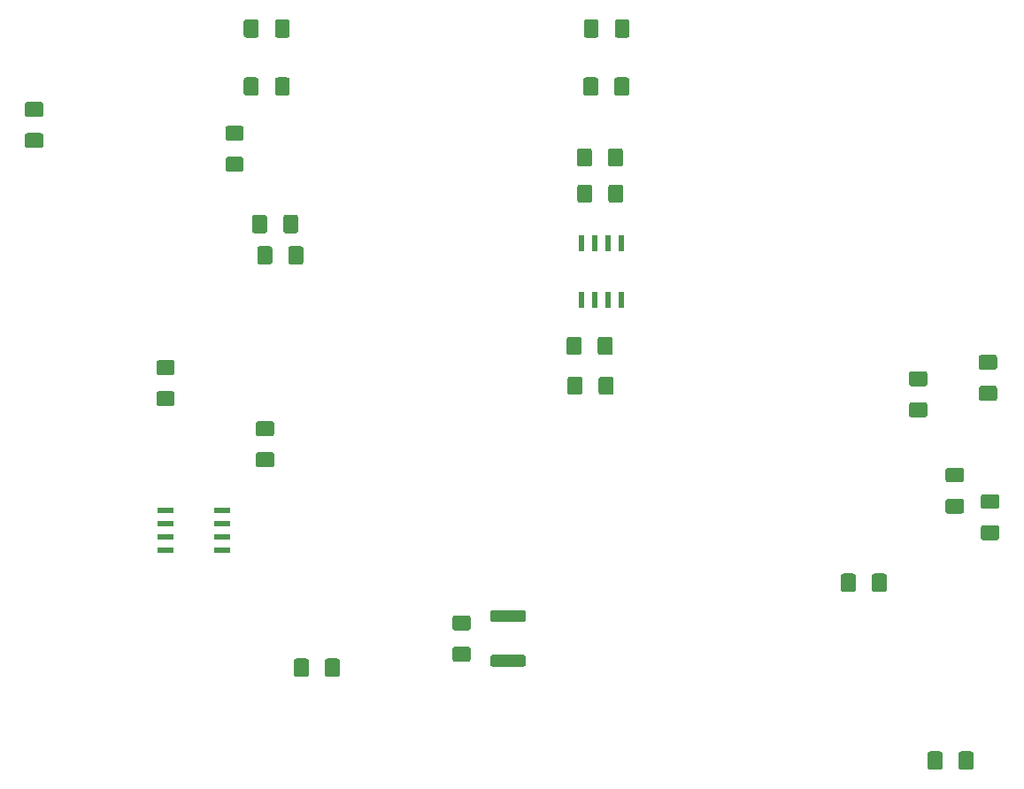
<source format=gbr>
G04 #@! TF.GenerationSoftware,KiCad,Pcbnew,5.0.2+dfsg1-1~bpo9+1*
G04 #@! TF.CreationDate,2019-06-26T12:15:30+03:00*
G04 #@! TF.ProjectId,SmartDimmer,536d6172-7444-4696-9d6d-65722e6b6963,rev?*
G04 #@! TF.SameCoordinates,Original*
G04 #@! TF.FileFunction,Paste,Top*
G04 #@! TF.FilePolarity,Positive*
%FSLAX46Y46*%
G04 Gerber Fmt 4.6, Leading zero omitted, Abs format (unit mm)*
G04 Created by KiCad (PCBNEW 5.0.2+dfsg1-1~bpo9+1) date Wed 26 Jun 2019 12:15:30 PM +03*
%MOMM*%
%LPD*%
G01*
G04 APERTURE LIST*
%ADD10C,0.100000*%
%ADD11C,1.425000*%
%ADD12C,1.125000*%
%ADD13R,1.550000X0.600000*%
%ADD14R,0.600000X1.550000*%
G04 APERTURE END LIST*
D10*
G04 #@! TO.C,D3*
G36*
X171961504Y-66494204D02*
X171985773Y-66497804D01*
X172009571Y-66503765D01*
X172032671Y-66512030D01*
X172054849Y-66522520D01*
X172075893Y-66535133D01*
X172095598Y-66549747D01*
X172113777Y-66566223D01*
X172130253Y-66584402D01*
X172144867Y-66604107D01*
X172157480Y-66625151D01*
X172167970Y-66647329D01*
X172176235Y-66670429D01*
X172182196Y-66694227D01*
X172185796Y-66718496D01*
X172187000Y-66743000D01*
X172187000Y-67993000D01*
X172185796Y-68017504D01*
X172182196Y-68041773D01*
X172176235Y-68065571D01*
X172167970Y-68088671D01*
X172157480Y-68110849D01*
X172144867Y-68131893D01*
X172130253Y-68151598D01*
X172113777Y-68169777D01*
X172095598Y-68186253D01*
X172075893Y-68200867D01*
X172054849Y-68213480D01*
X172032671Y-68223970D01*
X172009571Y-68232235D01*
X171985773Y-68238196D01*
X171961504Y-68241796D01*
X171937000Y-68243000D01*
X171012000Y-68243000D01*
X170987496Y-68241796D01*
X170963227Y-68238196D01*
X170939429Y-68232235D01*
X170916329Y-68223970D01*
X170894151Y-68213480D01*
X170873107Y-68200867D01*
X170853402Y-68186253D01*
X170835223Y-68169777D01*
X170818747Y-68151598D01*
X170804133Y-68131893D01*
X170791520Y-68110849D01*
X170781030Y-68088671D01*
X170772765Y-68065571D01*
X170766804Y-68041773D01*
X170763204Y-68017504D01*
X170762000Y-67993000D01*
X170762000Y-66743000D01*
X170763204Y-66718496D01*
X170766804Y-66694227D01*
X170772765Y-66670429D01*
X170781030Y-66647329D01*
X170791520Y-66625151D01*
X170804133Y-66604107D01*
X170818747Y-66584402D01*
X170835223Y-66566223D01*
X170853402Y-66549747D01*
X170873107Y-66535133D01*
X170894151Y-66522520D01*
X170916329Y-66512030D01*
X170939429Y-66503765D01*
X170963227Y-66497804D01*
X170987496Y-66494204D01*
X171012000Y-66493000D01*
X171937000Y-66493000D01*
X171961504Y-66494204D01*
X171961504Y-66494204D01*
G37*
D11*
X171474500Y-67368000D03*
D10*
G36*
X168986504Y-66494204D02*
X169010773Y-66497804D01*
X169034571Y-66503765D01*
X169057671Y-66512030D01*
X169079849Y-66522520D01*
X169100893Y-66535133D01*
X169120598Y-66549747D01*
X169138777Y-66566223D01*
X169155253Y-66584402D01*
X169169867Y-66604107D01*
X169182480Y-66625151D01*
X169192970Y-66647329D01*
X169201235Y-66670429D01*
X169207196Y-66694227D01*
X169210796Y-66718496D01*
X169212000Y-66743000D01*
X169212000Y-67993000D01*
X169210796Y-68017504D01*
X169207196Y-68041773D01*
X169201235Y-68065571D01*
X169192970Y-68088671D01*
X169182480Y-68110849D01*
X169169867Y-68131893D01*
X169155253Y-68151598D01*
X169138777Y-68169777D01*
X169120598Y-68186253D01*
X169100893Y-68200867D01*
X169079849Y-68213480D01*
X169057671Y-68223970D01*
X169034571Y-68232235D01*
X169010773Y-68238196D01*
X168986504Y-68241796D01*
X168962000Y-68243000D01*
X168037000Y-68243000D01*
X168012496Y-68241796D01*
X167988227Y-68238196D01*
X167964429Y-68232235D01*
X167941329Y-68223970D01*
X167919151Y-68213480D01*
X167898107Y-68200867D01*
X167878402Y-68186253D01*
X167860223Y-68169777D01*
X167843747Y-68151598D01*
X167829133Y-68131893D01*
X167816520Y-68110849D01*
X167806030Y-68088671D01*
X167797765Y-68065571D01*
X167791804Y-68041773D01*
X167788204Y-68017504D01*
X167787000Y-67993000D01*
X167787000Y-66743000D01*
X167788204Y-66718496D01*
X167791804Y-66694227D01*
X167797765Y-66670429D01*
X167806030Y-66647329D01*
X167816520Y-66625151D01*
X167829133Y-66604107D01*
X167843747Y-66584402D01*
X167860223Y-66566223D01*
X167878402Y-66549747D01*
X167898107Y-66535133D01*
X167919151Y-66522520D01*
X167941329Y-66512030D01*
X167964429Y-66503765D01*
X167988227Y-66497804D01*
X168012496Y-66494204D01*
X168037000Y-66493000D01*
X168962000Y-66493000D01*
X168986504Y-66494204D01*
X168986504Y-66494204D01*
G37*
D11*
X168499500Y-67368000D03*
G04 #@! TD*
D10*
G04 #@! TO.C,D4*
G36*
X169031504Y-60940206D02*
X169055773Y-60943806D01*
X169079571Y-60949767D01*
X169102671Y-60958032D01*
X169124849Y-60968522D01*
X169145893Y-60981135D01*
X169165598Y-60995749D01*
X169183777Y-61012225D01*
X169200253Y-61030404D01*
X169214867Y-61050109D01*
X169227480Y-61071153D01*
X169237970Y-61093331D01*
X169246235Y-61116431D01*
X169252196Y-61140229D01*
X169255796Y-61164498D01*
X169257000Y-61189002D01*
X169257000Y-62439002D01*
X169255796Y-62463506D01*
X169252196Y-62487775D01*
X169246235Y-62511573D01*
X169237970Y-62534673D01*
X169227480Y-62556851D01*
X169214867Y-62577895D01*
X169200253Y-62597600D01*
X169183777Y-62615779D01*
X169165598Y-62632255D01*
X169145893Y-62646869D01*
X169124849Y-62659482D01*
X169102671Y-62669972D01*
X169079571Y-62678237D01*
X169055773Y-62684198D01*
X169031504Y-62687798D01*
X169007000Y-62689002D01*
X168082000Y-62689002D01*
X168057496Y-62687798D01*
X168033227Y-62684198D01*
X168009429Y-62678237D01*
X167986329Y-62669972D01*
X167964151Y-62659482D01*
X167943107Y-62646869D01*
X167923402Y-62632255D01*
X167905223Y-62615779D01*
X167888747Y-62597600D01*
X167874133Y-62577895D01*
X167861520Y-62556851D01*
X167851030Y-62534673D01*
X167842765Y-62511573D01*
X167836804Y-62487775D01*
X167833204Y-62463506D01*
X167832000Y-62439002D01*
X167832000Y-61189002D01*
X167833204Y-61164498D01*
X167836804Y-61140229D01*
X167842765Y-61116431D01*
X167851030Y-61093331D01*
X167861520Y-61071153D01*
X167874133Y-61050109D01*
X167888747Y-61030404D01*
X167905223Y-61012225D01*
X167923402Y-60995749D01*
X167943107Y-60981135D01*
X167964151Y-60968522D01*
X167986329Y-60958032D01*
X168009429Y-60949767D01*
X168033227Y-60943806D01*
X168057496Y-60940206D01*
X168082000Y-60939002D01*
X169007000Y-60939002D01*
X169031504Y-60940206D01*
X169031504Y-60940206D01*
G37*
D11*
X168544500Y-61814002D03*
D10*
G36*
X172006504Y-60940206D02*
X172030773Y-60943806D01*
X172054571Y-60949767D01*
X172077671Y-60958032D01*
X172099849Y-60968522D01*
X172120893Y-60981135D01*
X172140598Y-60995749D01*
X172158777Y-61012225D01*
X172175253Y-61030404D01*
X172189867Y-61050109D01*
X172202480Y-61071153D01*
X172212970Y-61093331D01*
X172221235Y-61116431D01*
X172227196Y-61140229D01*
X172230796Y-61164498D01*
X172232000Y-61189002D01*
X172232000Y-62439002D01*
X172230796Y-62463506D01*
X172227196Y-62487775D01*
X172221235Y-62511573D01*
X172212970Y-62534673D01*
X172202480Y-62556851D01*
X172189867Y-62577895D01*
X172175253Y-62597600D01*
X172158777Y-62615779D01*
X172140598Y-62632255D01*
X172120893Y-62646869D01*
X172099849Y-62659482D01*
X172077671Y-62669972D01*
X172054571Y-62678237D01*
X172030773Y-62684198D01*
X172006504Y-62687798D01*
X171982000Y-62689002D01*
X171057000Y-62689002D01*
X171032496Y-62687798D01*
X171008227Y-62684198D01*
X170984429Y-62678237D01*
X170961329Y-62669972D01*
X170939151Y-62659482D01*
X170918107Y-62646869D01*
X170898402Y-62632255D01*
X170880223Y-62615779D01*
X170863747Y-62597600D01*
X170849133Y-62577895D01*
X170836520Y-62556851D01*
X170826030Y-62534673D01*
X170817765Y-62511573D01*
X170811804Y-62487775D01*
X170808204Y-62463506D01*
X170807000Y-62439002D01*
X170807000Y-61189002D01*
X170808204Y-61164498D01*
X170811804Y-61140229D01*
X170817765Y-61116431D01*
X170826030Y-61093331D01*
X170836520Y-61071153D01*
X170849133Y-61050109D01*
X170863747Y-61030404D01*
X170880223Y-61012225D01*
X170898402Y-60995749D01*
X170918107Y-60981135D01*
X170939151Y-60968522D01*
X170961329Y-60958032D01*
X170984429Y-60949767D01*
X171008227Y-60943806D01*
X171032496Y-60940206D01*
X171057000Y-60939002D01*
X171982000Y-60939002D01*
X172006504Y-60940206D01*
X172006504Y-60940206D01*
G37*
D11*
X171519500Y-61814002D03*
G04 #@! TD*
D10*
G04 #@! TO.C,D2*
G36*
X136511004Y-66494204D02*
X136535273Y-66497804D01*
X136559071Y-66503765D01*
X136582171Y-66512030D01*
X136604349Y-66522520D01*
X136625393Y-66535133D01*
X136645098Y-66549747D01*
X136663277Y-66566223D01*
X136679753Y-66584402D01*
X136694367Y-66604107D01*
X136706980Y-66625151D01*
X136717470Y-66647329D01*
X136725735Y-66670429D01*
X136731696Y-66694227D01*
X136735296Y-66718496D01*
X136736500Y-66743000D01*
X136736500Y-67993000D01*
X136735296Y-68017504D01*
X136731696Y-68041773D01*
X136725735Y-68065571D01*
X136717470Y-68088671D01*
X136706980Y-68110849D01*
X136694367Y-68131893D01*
X136679753Y-68151598D01*
X136663277Y-68169777D01*
X136645098Y-68186253D01*
X136625393Y-68200867D01*
X136604349Y-68213480D01*
X136582171Y-68223970D01*
X136559071Y-68232235D01*
X136535273Y-68238196D01*
X136511004Y-68241796D01*
X136486500Y-68243000D01*
X135561500Y-68243000D01*
X135536996Y-68241796D01*
X135512727Y-68238196D01*
X135488929Y-68232235D01*
X135465829Y-68223970D01*
X135443651Y-68213480D01*
X135422607Y-68200867D01*
X135402902Y-68186253D01*
X135384723Y-68169777D01*
X135368247Y-68151598D01*
X135353633Y-68131893D01*
X135341020Y-68110849D01*
X135330530Y-68088671D01*
X135322265Y-68065571D01*
X135316304Y-68041773D01*
X135312704Y-68017504D01*
X135311500Y-67993000D01*
X135311500Y-66743000D01*
X135312704Y-66718496D01*
X135316304Y-66694227D01*
X135322265Y-66670429D01*
X135330530Y-66647329D01*
X135341020Y-66625151D01*
X135353633Y-66604107D01*
X135368247Y-66584402D01*
X135384723Y-66566223D01*
X135402902Y-66549747D01*
X135422607Y-66535133D01*
X135443651Y-66522520D01*
X135465829Y-66512030D01*
X135488929Y-66503765D01*
X135512727Y-66497804D01*
X135536996Y-66494204D01*
X135561500Y-66493000D01*
X136486500Y-66493000D01*
X136511004Y-66494204D01*
X136511004Y-66494204D01*
G37*
D11*
X136024000Y-67368000D03*
D10*
G36*
X139486004Y-66494204D02*
X139510273Y-66497804D01*
X139534071Y-66503765D01*
X139557171Y-66512030D01*
X139579349Y-66522520D01*
X139600393Y-66535133D01*
X139620098Y-66549747D01*
X139638277Y-66566223D01*
X139654753Y-66584402D01*
X139669367Y-66604107D01*
X139681980Y-66625151D01*
X139692470Y-66647329D01*
X139700735Y-66670429D01*
X139706696Y-66694227D01*
X139710296Y-66718496D01*
X139711500Y-66743000D01*
X139711500Y-67993000D01*
X139710296Y-68017504D01*
X139706696Y-68041773D01*
X139700735Y-68065571D01*
X139692470Y-68088671D01*
X139681980Y-68110849D01*
X139669367Y-68131893D01*
X139654753Y-68151598D01*
X139638277Y-68169777D01*
X139620098Y-68186253D01*
X139600393Y-68200867D01*
X139579349Y-68213480D01*
X139557171Y-68223970D01*
X139534071Y-68232235D01*
X139510273Y-68238196D01*
X139486004Y-68241796D01*
X139461500Y-68243000D01*
X138536500Y-68243000D01*
X138511996Y-68241796D01*
X138487727Y-68238196D01*
X138463929Y-68232235D01*
X138440829Y-68223970D01*
X138418651Y-68213480D01*
X138397607Y-68200867D01*
X138377902Y-68186253D01*
X138359723Y-68169777D01*
X138343247Y-68151598D01*
X138328633Y-68131893D01*
X138316020Y-68110849D01*
X138305530Y-68088671D01*
X138297265Y-68065571D01*
X138291304Y-68041773D01*
X138287704Y-68017504D01*
X138286500Y-67993000D01*
X138286500Y-66743000D01*
X138287704Y-66718496D01*
X138291304Y-66694227D01*
X138297265Y-66670429D01*
X138305530Y-66647329D01*
X138316020Y-66625151D01*
X138328633Y-66604107D01*
X138343247Y-66584402D01*
X138359723Y-66566223D01*
X138377902Y-66549747D01*
X138397607Y-66535133D01*
X138418651Y-66522520D01*
X138440829Y-66512030D01*
X138463929Y-66503765D01*
X138487727Y-66497804D01*
X138511996Y-66494204D01*
X138536500Y-66493000D01*
X139461500Y-66493000D01*
X139486004Y-66494204D01*
X139486004Y-66494204D01*
G37*
D11*
X138999000Y-67368000D03*
G04 #@! TD*
D10*
G04 #@! TO.C,D1*
G36*
X139486004Y-60940206D02*
X139510273Y-60943806D01*
X139534071Y-60949767D01*
X139557171Y-60958032D01*
X139579349Y-60968522D01*
X139600393Y-60981135D01*
X139620098Y-60995749D01*
X139638277Y-61012225D01*
X139654753Y-61030404D01*
X139669367Y-61050109D01*
X139681980Y-61071153D01*
X139692470Y-61093331D01*
X139700735Y-61116431D01*
X139706696Y-61140229D01*
X139710296Y-61164498D01*
X139711500Y-61189002D01*
X139711500Y-62439002D01*
X139710296Y-62463506D01*
X139706696Y-62487775D01*
X139700735Y-62511573D01*
X139692470Y-62534673D01*
X139681980Y-62556851D01*
X139669367Y-62577895D01*
X139654753Y-62597600D01*
X139638277Y-62615779D01*
X139620098Y-62632255D01*
X139600393Y-62646869D01*
X139579349Y-62659482D01*
X139557171Y-62669972D01*
X139534071Y-62678237D01*
X139510273Y-62684198D01*
X139486004Y-62687798D01*
X139461500Y-62689002D01*
X138536500Y-62689002D01*
X138511996Y-62687798D01*
X138487727Y-62684198D01*
X138463929Y-62678237D01*
X138440829Y-62669972D01*
X138418651Y-62659482D01*
X138397607Y-62646869D01*
X138377902Y-62632255D01*
X138359723Y-62615779D01*
X138343247Y-62597600D01*
X138328633Y-62577895D01*
X138316020Y-62556851D01*
X138305530Y-62534673D01*
X138297265Y-62511573D01*
X138291304Y-62487775D01*
X138287704Y-62463506D01*
X138286500Y-62439002D01*
X138286500Y-61189002D01*
X138287704Y-61164498D01*
X138291304Y-61140229D01*
X138297265Y-61116431D01*
X138305530Y-61093331D01*
X138316020Y-61071153D01*
X138328633Y-61050109D01*
X138343247Y-61030404D01*
X138359723Y-61012225D01*
X138377902Y-60995749D01*
X138397607Y-60981135D01*
X138418651Y-60968522D01*
X138440829Y-60958032D01*
X138463929Y-60949767D01*
X138487727Y-60943806D01*
X138511996Y-60940206D01*
X138536500Y-60939002D01*
X139461500Y-60939002D01*
X139486004Y-60940206D01*
X139486004Y-60940206D01*
G37*
D11*
X138999000Y-61814002D03*
D10*
G36*
X136511004Y-60940206D02*
X136535273Y-60943806D01*
X136559071Y-60949767D01*
X136582171Y-60958032D01*
X136604349Y-60968522D01*
X136625393Y-60981135D01*
X136645098Y-60995749D01*
X136663277Y-61012225D01*
X136679753Y-61030404D01*
X136694367Y-61050109D01*
X136706980Y-61071153D01*
X136717470Y-61093331D01*
X136725735Y-61116431D01*
X136731696Y-61140229D01*
X136735296Y-61164498D01*
X136736500Y-61189002D01*
X136736500Y-62439002D01*
X136735296Y-62463506D01*
X136731696Y-62487775D01*
X136725735Y-62511573D01*
X136717470Y-62534673D01*
X136706980Y-62556851D01*
X136694367Y-62577895D01*
X136679753Y-62597600D01*
X136663277Y-62615779D01*
X136645098Y-62632255D01*
X136625393Y-62646869D01*
X136604349Y-62659482D01*
X136582171Y-62669972D01*
X136559071Y-62678237D01*
X136535273Y-62684198D01*
X136511004Y-62687798D01*
X136486500Y-62689002D01*
X135561500Y-62689002D01*
X135536996Y-62687798D01*
X135512727Y-62684198D01*
X135488929Y-62678237D01*
X135465829Y-62669972D01*
X135443651Y-62659482D01*
X135422607Y-62646869D01*
X135402902Y-62632255D01*
X135384723Y-62615779D01*
X135368247Y-62597600D01*
X135353633Y-62577895D01*
X135341020Y-62556851D01*
X135330530Y-62534673D01*
X135322265Y-62511573D01*
X135316304Y-62487775D01*
X135312704Y-62463506D01*
X135311500Y-62439002D01*
X135311500Y-61189002D01*
X135312704Y-61164498D01*
X135316304Y-61140229D01*
X135322265Y-61116431D01*
X135330530Y-61093331D01*
X135341020Y-61071153D01*
X135353633Y-61050109D01*
X135368247Y-61030404D01*
X135384723Y-61012225D01*
X135402902Y-60995749D01*
X135422607Y-60981135D01*
X135443651Y-60968522D01*
X135465829Y-60958032D01*
X135488929Y-60949767D01*
X135512727Y-60943806D01*
X135536996Y-60940206D01*
X135561500Y-60939002D01*
X136486500Y-60939002D01*
X136511004Y-60940206D01*
X136511004Y-60940206D01*
G37*
D11*
X136024000Y-61814002D03*
G04 #@! TD*
D10*
G04 #@! TO.C,L1*
G36*
X162063505Y-121776204D02*
X162087773Y-121779804D01*
X162111572Y-121785765D01*
X162134671Y-121794030D01*
X162156850Y-121804520D01*
X162177893Y-121817132D01*
X162197599Y-121831747D01*
X162215777Y-121848223D01*
X162232253Y-121866401D01*
X162246868Y-121886107D01*
X162259480Y-121907150D01*
X162269970Y-121929329D01*
X162278235Y-121952428D01*
X162284196Y-121976227D01*
X162287796Y-122000495D01*
X162289000Y-122024999D01*
X162289000Y-122650001D01*
X162287796Y-122674505D01*
X162284196Y-122698773D01*
X162278235Y-122722572D01*
X162269970Y-122745671D01*
X162259480Y-122767850D01*
X162246868Y-122788893D01*
X162232253Y-122808599D01*
X162215777Y-122826777D01*
X162197599Y-122843253D01*
X162177893Y-122857868D01*
X162156850Y-122870480D01*
X162134671Y-122880970D01*
X162111572Y-122889235D01*
X162087773Y-122895196D01*
X162063505Y-122898796D01*
X162039001Y-122900000D01*
X159138999Y-122900000D01*
X159114495Y-122898796D01*
X159090227Y-122895196D01*
X159066428Y-122889235D01*
X159043329Y-122880970D01*
X159021150Y-122870480D01*
X159000107Y-122857868D01*
X158980401Y-122843253D01*
X158962223Y-122826777D01*
X158945747Y-122808599D01*
X158931132Y-122788893D01*
X158918520Y-122767850D01*
X158908030Y-122745671D01*
X158899765Y-122722572D01*
X158893804Y-122698773D01*
X158890204Y-122674505D01*
X158889000Y-122650001D01*
X158889000Y-122024999D01*
X158890204Y-122000495D01*
X158893804Y-121976227D01*
X158899765Y-121952428D01*
X158908030Y-121929329D01*
X158918520Y-121907150D01*
X158931132Y-121886107D01*
X158945747Y-121866401D01*
X158962223Y-121848223D01*
X158980401Y-121831747D01*
X159000107Y-121817132D01*
X159021150Y-121804520D01*
X159043329Y-121794030D01*
X159066428Y-121785765D01*
X159090227Y-121779804D01*
X159114495Y-121776204D01*
X159138999Y-121775000D01*
X162039001Y-121775000D01*
X162063505Y-121776204D01*
X162063505Y-121776204D01*
G37*
D12*
X160589000Y-122337500D03*
D10*
G36*
X162063505Y-117501204D02*
X162087773Y-117504804D01*
X162111572Y-117510765D01*
X162134671Y-117519030D01*
X162156850Y-117529520D01*
X162177893Y-117542132D01*
X162197599Y-117556747D01*
X162215777Y-117573223D01*
X162232253Y-117591401D01*
X162246868Y-117611107D01*
X162259480Y-117632150D01*
X162269970Y-117654329D01*
X162278235Y-117677428D01*
X162284196Y-117701227D01*
X162287796Y-117725495D01*
X162289000Y-117749999D01*
X162289000Y-118375001D01*
X162287796Y-118399505D01*
X162284196Y-118423773D01*
X162278235Y-118447572D01*
X162269970Y-118470671D01*
X162259480Y-118492850D01*
X162246868Y-118513893D01*
X162232253Y-118533599D01*
X162215777Y-118551777D01*
X162197599Y-118568253D01*
X162177893Y-118582868D01*
X162156850Y-118595480D01*
X162134671Y-118605970D01*
X162111572Y-118614235D01*
X162087773Y-118620196D01*
X162063505Y-118623796D01*
X162039001Y-118625000D01*
X159138999Y-118625000D01*
X159114495Y-118623796D01*
X159090227Y-118620196D01*
X159066428Y-118614235D01*
X159043329Y-118605970D01*
X159021150Y-118595480D01*
X159000107Y-118582868D01*
X158980401Y-118568253D01*
X158962223Y-118551777D01*
X158945747Y-118533599D01*
X158931132Y-118513893D01*
X158918520Y-118492850D01*
X158908030Y-118470671D01*
X158899765Y-118447572D01*
X158893804Y-118423773D01*
X158890204Y-118399505D01*
X158889000Y-118375001D01*
X158889000Y-117749999D01*
X158890204Y-117725495D01*
X158893804Y-117701227D01*
X158899765Y-117677428D01*
X158908030Y-117654329D01*
X158918520Y-117632150D01*
X158931132Y-117611107D01*
X158945747Y-117591401D01*
X158962223Y-117573223D01*
X158980401Y-117556747D01*
X159000107Y-117542132D01*
X159021150Y-117529520D01*
X159043329Y-117519030D01*
X159066428Y-117510765D01*
X159090227Y-117504804D01*
X159114495Y-117501204D01*
X159138999Y-117500000D01*
X162039001Y-117500000D01*
X162063505Y-117501204D01*
X162063505Y-117501204D01*
G37*
D12*
X160589000Y-118062500D03*
G04 #@! TD*
D10*
G04 #@! TO.C,C9*
G36*
X203976504Y-103846204D02*
X204000773Y-103849804D01*
X204024571Y-103855765D01*
X204047671Y-103864030D01*
X204069849Y-103874520D01*
X204090893Y-103887133D01*
X204110598Y-103901747D01*
X204128777Y-103918223D01*
X204145253Y-103936402D01*
X204159867Y-103956107D01*
X204172480Y-103977151D01*
X204182970Y-103999329D01*
X204191235Y-104022429D01*
X204197196Y-104046227D01*
X204200796Y-104070496D01*
X204202000Y-104095000D01*
X204202000Y-105020000D01*
X204200796Y-105044504D01*
X204197196Y-105068773D01*
X204191235Y-105092571D01*
X204182970Y-105115671D01*
X204172480Y-105137849D01*
X204159867Y-105158893D01*
X204145253Y-105178598D01*
X204128777Y-105196777D01*
X204110598Y-105213253D01*
X204090893Y-105227867D01*
X204069849Y-105240480D01*
X204047671Y-105250970D01*
X204024571Y-105259235D01*
X204000773Y-105265196D01*
X203976504Y-105268796D01*
X203952000Y-105270000D01*
X202702000Y-105270000D01*
X202677496Y-105268796D01*
X202653227Y-105265196D01*
X202629429Y-105259235D01*
X202606329Y-105250970D01*
X202584151Y-105240480D01*
X202563107Y-105227867D01*
X202543402Y-105213253D01*
X202525223Y-105196777D01*
X202508747Y-105178598D01*
X202494133Y-105158893D01*
X202481520Y-105137849D01*
X202471030Y-105115671D01*
X202462765Y-105092571D01*
X202456804Y-105068773D01*
X202453204Y-105044504D01*
X202452000Y-105020000D01*
X202452000Y-104095000D01*
X202453204Y-104070496D01*
X202456804Y-104046227D01*
X202462765Y-104022429D01*
X202471030Y-103999329D01*
X202481520Y-103977151D01*
X202494133Y-103956107D01*
X202508747Y-103936402D01*
X202525223Y-103918223D01*
X202543402Y-103901747D01*
X202563107Y-103887133D01*
X202584151Y-103874520D01*
X202606329Y-103864030D01*
X202629429Y-103855765D01*
X202653227Y-103849804D01*
X202677496Y-103846204D01*
X202702000Y-103845000D01*
X203952000Y-103845000D01*
X203976504Y-103846204D01*
X203976504Y-103846204D01*
G37*
D11*
X203327000Y-104557500D03*
D10*
G36*
X203976504Y-106821204D02*
X204000773Y-106824804D01*
X204024571Y-106830765D01*
X204047671Y-106839030D01*
X204069849Y-106849520D01*
X204090893Y-106862133D01*
X204110598Y-106876747D01*
X204128777Y-106893223D01*
X204145253Y-106911402D01*
X204159867Y-106931107D01*
X204172480Y-106952151D01*
X204182970Y-106974329D01*
X204191235Y-106997429D01*
X204197196Y-107021227D01*
X204200796Y-107045496D01*
X204202000Y-107070000D01*
X204202000Y-107995000D01*
X204200796Y-108019504D01*
X204197196Y-108043773D01*
X204191235Y-108067571D01*
X204182970Y-108090671D01*
X204172480Y-108112849D01*
X204159867Y-108133893D01*
X204145253Y-108153598D01*
X204128777Y-108171777D01*
X204110598Y-108188253D01*
X204090893Y-108202867D01*
X204069849Y-108215480D01*
X204047671Y-108225970D01*
X204024571Y-108234235D01*
X204000773Y-108240196D01*
X203976504Y-108243796D01*
X203952000Y-108245000D01*
X202702000Y-108245000D01*
X202677496Y-108243796D01*
X202653227Y-108240196D01*
X202629429Y-108234235D01*
X202606329Y-108225970D01*
X202584151Y-108215480D01*
X202563107Y-108202867D01*
X202543402Y-108188253D01*
X202525223Y-108171777D01*
X202508747Y-108153598D01*
X202494133Y-108133893D01*
X202481520Y-108112849D01*
X202471030Y-108090671D01*
X202462765Y-108067571D01*
X202456804Y-108043773D01*
X202453204Y-108019504D01*
X202452000Y-107995000D01*
X202452000Y-107070000D01*
X202453204Y-107045496D01*
X202456804Y-107021227D01*
X202462765Y-106997429D01*
X202471030Y-106974329D01*
X202481520Y-106952151D01*
X202494133Y-106931107D01*
X202508747Y-106911402D01*
X202525223Y-106893223D01*
X202543402Y-106876747D01*
X202563107Y-106862133D01*
X202584151Y-106849520D01*
X202606329Y-106839030D01*
X202629429Y-106830765D01*
X202653227Y-106824804D01*
X202677496Y-106821204D01*
X202702000Y-106820000D01*
X203952000Y-106820000D01*
X203976504Y-106821204D01*
X203976504Y-106821204D01*
G37*
D11*
X203327000Y-107532500D03*
G04 #@! TD*
D10*
G04 #@! TO.C,R5*
G36*
X201916004Y-131010204D02*
X201940273Y-131013804D01*
X201964071Y-131019765D01*
X201987171Y-131028030D01*
X202009349Y-131038520D01*
X202030393Y-131051133D01*
X202050098Y-131065747D01*
X202068277Y-131082223D01*
X202084753Y-131100402D01*
X202099367Y-131120107D01*
X202111980Y-131141151D01*
X202122470Y-131163329D01*
X202130735Y-131186429D01*
X202136696Y-131210227D01*
X202140296Y-131234496D01*
X202141500Y-131259000D01*
X202141500Y-132509000D01*
X202140296Y-132533504D01*
X202136696Y-132557773D01*
X202130735Y-132581571D01*
X202122470Y-132604671D01*
X202111980Y-132626849D01*
X202099367Y-132647893D01*
X202084753Y-132667598D01*
X202068277Y-132685777D01*
X202050098Y-132702253D01*
X202030393Y-132716867D01*
X202009349Y-132729480D01*
X201987171Y-132739970D01*
X201964071Y-132748235D01*
X201940273Y-132754196D01*
X201916004Y-132757796D01*
X201891500Y-132759000D01*
X200966500Y-132759000D01*
X200941996Y-132757796D01*
X200917727Y-132754196D01*
X200893929Y-132748235D01*
X200870829Y-132739970D01*
X200848651Y-132729480D01*
X200827607Y-132716867D01*
X200807902Y-132702253D01*
X200789723Y-132685777D01*
X200773247Y-132667598D01*
X200758633Y-132647893D01*
X200746020Y-132626849D01*
X200735530Y-132604671D01*
X200727265Y-132581571D01*
X200721304Y-132557773D01*
X200717704Y-132533504D01*
X200716500Y-132509000D01*
X200716500Y-131259000D01*
X200717704Y-131234496D01*
X200721304Y-131210227D01*
X200727265Y-131186429D01*
X200735530Y-131163329D01*
X200746020Y-131141151D01*
X200758633Y-131120107D01*
X200773247Y-131100402D01*
X200789723Y-131082223D01*
X200807902Y-131065747D01*
X200827607Y-131051133D01*
X200848651Y-131038520D01*
X200870829Y-131028030D01*
X200893929Y-131019765D01*
X200917727Y-131013804D01*
X200941996Y-131010204D01*
X200966500Y-131009000D01*
X201891500Y-131009000D01*
X201916004Y-131010204D01*
X201916004Y-131010204D01*
G37*
D11*
X201429000Y-131884000D03*
D10*
G36*
X204891004Y-131010204D02*
X204915273Y-131013804D01*
X204939071Y-131019765D01*
X204962171Y-131028030D01*
X204984349Y-131038520D01*
X205005393Y-131051133D01*
X205025098Y-131065747D01*
X205043277Y-131082223D01*
X205059753Y-131100402D01*
X205074367Y-131120107D01*
X205086980Y-131141151D01*
X205097470Y-131163329D01*
X205105735Y-131186429D01*
X205111696Y-131210227D01*
X205115296Y-131234496D01*
X205116500Y-131259000D01*
X205116500Y-132509000D01*
X205115296Y-132533504D01*
X205111696Y-132557773D01*
X205105735Y-132581571D01*
X205097470Y-132604671D01*
X205086980Y-132626849D01*
X205074367Y-132647893D01*
X205059753Y-132667598D01*
X205043277Y-132685777D01*
X205025098Y-132702253D01*
X205005393Y-132716867D01*
X204984349Y-132729480D01*
X204962171Y-132739970D01*
X204939071Y-132748235D01*
X204915273Y-132754196D01*
X204891004Y-132757796D01*
X204866500Y-132759000D01*
X203941500Y-132759000D01*
X203916996Y-132757796D01*
X203892727Y-132754196D01*
X203868929Y-132748235D01*
X203845829Y-132739970D01*
X203823651Y-132729480D01*
X203802607Y-132716867D01*
X203782902Y-132702253D01*
X203764723Y-132685777D01*
X203748247Y-132667598D01*
X203733633Y-132647893D01*
X203721020Y-132626849D01*
X203710530Y-132604671D01*
X203702265Y-132581571D01*
X203696304Y-132557773D01*
X203692704Y-132533504D01*
X203691500Y-132509000D01*
X203691500Y-131259000D01*
X203692704Y-131234496D01*
X203696304Y-131210227D01*
X203702265Y-131186429D01*
X203710530Y-131163329D01*
X203721020Y-131141151D01*
X203733633Y-131120107D01*
X203748247Y-131100402D01*
X203764723Y-131082223D01*
X203782902Y-131065747D01*
X203802607Y-131051133D01*
X203823651Y-131038520D01*
X203845829Y-131028030D01*
X203868929Y-131019765D01*
X203892727Y-131013804D01*
X203916996Y-131010204D01*
X203941500Y-131009000D01*
X204866500Y-131009000D01*
X204891004Y-131010204D01*
X204891004Y-131010204D01*
G37*
D11*
X204404000Y-131884000D03*
G04 #@! TD*
D10*
G04 #@! TO.C,C12*
G36*
X128475004Y-93559204D02*
X128499273Y-93562804D01*
X128523071Y-93568765D01*
X128546171Y-93577030D01*
X128568349Y-93587520D01*
X128589393Y-93600133D01*
X128609098Y-93614747D01*
X128627277Y-93631223D01*
X128643753Y-93649402D01*
X128658367Y-93669107D01*
X128670980Y-93690151D01*
X128681470Y-93712329D01*
X128689735Y-93735429D01*
X128695696Y-93759227D01*
X128699296Y-93783496D01*
X128700500Y-93808000D01*
X128700500Y-94733000D01*
X128699296Y-94757504D01*
X128695696Y-94781773D01*
X128689735Y-94805571D01*
X128681470Y-94828671D01*
X128670980Y-94850849D01*
X128658367Y-94871893D01*
X128643753Y-94891598D01*
X128627277Y-94909777D01*
X128609098Y-94926253D01*
X128589393Y-94940867D01*
X128568349Y-94953480D01*
X128546171Y-94963970D01*
X128523071Y-94972235D01*
X128499273Y-94978196D01*
X128475004Y-94981796D01*
X128450500Y-94983000D01*
X127200500Y-94983000D01*
X127175996Y-94981796D01*
X127151727Y-94978196D01*
X127127929Y-94972235D01*
X127104829Y-94963970D01*
X127082651Y-94953480D01*
X127061607Y-94940867D01*
X127041902Y-94926253D01*
X127023723Y-94909777D01*
X127007247Y-94891598D01*
X126992633Y-94871893D01*
X126980020Y-94850849D01*
X126969530Y-94828671D01*
X126961265Y-94805571D01*
X126955304Y-94781773D01*
X126951704Y-94757504D01*
X126950500Y-94733000D01*
X126950500Y-93808000D01*
X126951704Y-93783496D01*
X126955304Y-93759227D01*
X126961265Y-93735429D01*
X126969530Y-93712329D01*
X126980020Y-93690151D01*
X126992633Y-93669107D01*
X127007247Y-93649402D01*
X127023723Y-93631223D01*
X127041902Y-93614747D01*
X127061607Y-93600133D01*
X127082651Y-93587520D01*
X127104829Y-93577030D01*
X127127929Y-93568765D01*
X127151727Y-93562804D01*
X127175996Y-93559204D01*
X127200500Y-93558000D01*
X128450500Y-93558000D01*
X128475004Y-93559204D01*
X128475004Y-93559204D01*
G37*
D11*
X127825500Y-94270500D03*
D10*
G36*
X128475004Y-96534204D02*
X128499273Y-96537804D01*
X128523071Y-96543765D01*
X128546171Y-96552030D01*
X128568349Y-96562520D01*
X128589393Y-96575133D01*
X128609098Y-96589747D01*
X128627277Y-96606223D01*
X128643753Y-96624402D01*
X128658367Y-96644107D01*
X128670980Y-96665151D01*
X128681470Y-96687329D01*
X128689735Y-96710429D01*
X128695696Y-96734227D01*
X128699296Y-96758496D01*
X128700500Y-96783000D01*
X128700500Y-97708000D01*
X128699296Y-97732504D01*
X128695696Y-97756773D01*
X128689735Y-97780571D01*
X128681470Y-97803671D01*
X128670980Y-97825849D01*
X128658367Y-97846893D01*
X128643753Y-97866598D01*
X128627277Y-97884777D01*
X128609098Y-97901253D01*
X128589393Y-97915867D01*
X128568349Y-97928480D01*
X128546171Y-97938970D01*
X128523071Y-97947235D01*
X128499273Y-97953196D01*
X128475004Y-97956796D01*
X128450500Y-97958000D01*
X127200500Y-97958000D01*
X127175996Y-97956796D01*
X127151727Y-97953196D01*
X127127929Y-97947235D01*
X127104829Y-97938970D01*
X127082651Y-97928480D01*
X127061607Y-97915867D01*
X127041902Y-97901253D01*
X127023723Y-97884777D01*
X127007247Y-97866598D01*
X126992633Y-97846893D01*
X126980020Y-97825849D01*
X126969530Y-97803671D01*
X126961265Y-97780571D01*
X126955304Y-97756773D01*
X126951704Y-97732504D01*
X126950500Y-97708000D01*
X126950500Y-96783000D01*
X126951704Y-96758496D01*
X126955304Y-96734227D01*
X126961265Y-96710429D01*
X126969530Y-96687329D01*
X126980020Y-96665151D01*
X126992633Y-96644107D01*
X127007247Y-96624402D01*
X127023723Y-96606223D01*
X127041902Y-96589747D01*
X127061607Y-96575133D01*
X127082651Y-96562520D01*
X127104829Y-96552030D01*
X127127929Y-96543765D01*
X127151727Y-96537804D01*
X127175996Y-96534204D01*
X127200500Y-96533000D01*
X128450500Y-96533000D01*
X128475004Y-96534204D01*
X128475004Y-96534204D01*
G37*
D11*
X127825500Y-97245500D03*
G04 #@! TD*
D10*
G04 #@! TO.C,C11*
G36*
X137997504Y-102376204D02*
X138021773Y-102379804D01*
X138045571Y-102385765D01*
X138068671Y-102394030D01*
X138090849Y-102404520D01*
X138111893Y-102417133D01*
X138131598Y-102431747D01*
X138149777Y-102448223D01*
X138166253Y-102466402D01*
X138180867Y-102486107D01*
X138193480Y-102507151D01*
X138203970Y-102529329D01*
X138212235Y-102552429D01*
X138218196Y-102576227D01*
X138221796Y-102600496D01*
X138223000Y-102625000D01*
X138223000Y-103550000D01*
X138221796Y-103574504D01*
X138218196Y-103598773D01*
X138212235Y-103622571D01*
X138203970Y-103645671D01*
X138193480Y-103667849D01*
X138180867Y-103688893D01*
X138166253Y-103708598D01*
X138149777Y-103726777D01*
X138131598Y-103743253D01*
X138111893Y-103757867D01*
X138090849Y-103770480D01*
X138068671Y-103780970D01*
X138045571Y-103789235D01*
X138021773Y-103795196D01*
X137997504Y-103798796D01*
X137973000Y-103800000D01*
X136723000Y-103800000D01*
X136698496Y-103798796D01*
X136674227Y-103795196D01*
X136650429Y-103789235D01*
X136627329Y-103780970D01*
X136605151Y-103770480D01*
X136584107Y-103757867D01*
X136564402Y-103743253D01*
X136546223Y-103726777D01*
X136529747Y-103708598D01*
X136515133Y-103688893D01*
X136502520Y-103667849D01*
X136492030Y-103645671D01*
X136483765Y-103622571D01*
X136477804Y-103598773D01*
X136474204Y-103574504D01*
X136473000Y-103550000D01*
X136473000Y-102625000D01*
X136474204Y-102600496D01*
X136477804Y-102576227D01*
X136483765Y-102552429D01*
X136492030Y-102529329D01*
X136502520Y-102507151D01*
X136515133Y-102486107D01*
X136529747Y-102466402D01*
X136546223Y-102448223D01*
X136564402Y-102431747D01*
X136584107Y-102417133D01*
X136605151Y-102404520D01*
X136627329Y-102394030D01*
X136650429Y-102385765D01*
X136674227Y-102379804D01*
X136698496Y-102376204D01*
X136723000Y-102375000D01*
X137973000Y-102375000D01*
X137997504Y-102376204D01*
X137997504Y-102376204D01*
G37*
D11*
X137348000Y-103087500D03*
D10*
G36*
X137997504Y-99401204D02*
X138021773Y-99404804D01*
X138045571Y-99410765D01*
X138068671Y-99419030D01*
X138090849Y-99429520D01*
X138111893Y-99442133D01*
X138131598Y-99456747D01*
X138149777Y-99473223D01*
X138166253Y-99491402D01*
X138180867Y-99511107D01*
X138193480Y-99532151D01*
X138203970Y-99554329D01*
X138212235Y-99577429D01*
X138218196Y-99601227D01*
X138221796Y-99625496D01*
X138223000Y-99650000D01*
X138223000Y-100575000D01*
X138221796Y-100599504D01*
X138218196Y-100623773D01*
X138212235Y-100647571D01*
X138203970Y-100670671D01*
X138193480Y-100692849D01*
X138180867Y-100713893D01*
X138166253Y-100733598D01*
X138149777Y-100751777D01*
X138131598Y-100768253D01*
X138111893Y-100782867D01*
X138090849Y-100795480D01*
X138068671Y-100805970D01*
X138045571Y-100814235D01*
X138021773Y-100820196D01*
X137997504Y-100823796D01*
X137973000Y-100825000D01*
X136723000Y-100825000D01*
X136698496Y-100823796D01*
X136674227Y-100820196D01*
X136650429Y-100814235D01*
X136627329Y-100805970D01*
X136605151Y-100795480D01*
X136584107Y-100782867D01*
X136564402Y-100768253D01*
X136546223Y-100751777D01*
X136529747Y-100733598D01*
X136515133Y-100713893D01*
X136502520Y-100692849D01*
X136492030Y-100670671D01*
X136483765Y-100647571D01*
X136477804Y-100623773D01*
X136474204Y-100599504D01*
X136473000Y-100575000D01*
X136473000Y-99650000D01*
X136474204Y-99625496D01*
X136477804Y-99601227D01*
X136483765Y-99577429D01*
X136492030Y-99554329D01*
X136502520Y-99532151D01*
X136515133Y-99511107D01*
X136529747Y-99491402D01*
X136546223Y-99473223D01*
X136564402Y-99456747D01*
X136584107Y-99442133D01*
X136605151Y-99429520D01*
X136627329Y-99419030D01*
X136650429Y-99410765D01*
X136674227Y-99404804D01*
X136698496Y-99401204D01*
X136723000Y-99400000D01*
X137973000Y-99400000D01*
X137997504Y-99401204D01*
X137997504Y-99401204D01*
G37*
D11*
X137348000Y-100112500D03*
G04 #@! TD*
D10*
G04 #@! TO.C,C8*
G36*
X200481504Y-94633204D02*
X200505773Y-94636804D01*
X200529571Y-94642765D01*
X200552671Y-94651030D01*
X200574849Y-94661520D01*
X200595893Y-94674133D01*
X200615598Y-94688747D01*
X200633777Y-94705223D01*
X200650253Y-94723402D01*
X200664867Y-94743107D01*
X200677480Y-94764151D01*
X200687970Y-94786329D01*
X200696235Y-94809429D01*
X200702196Y-94833227D01*
X200705796Y-94857496D01*
X200707000Y-94882000D01*
X200707000Y-95807000D01*
X200705796Y-95831504D01*
X200702196Y-95855773D01*
X200696235Y-95879571D01*
X200687970Y-95902671D01*
X200677480Y-95924849D01*
X200664867Y-95945893D01*
X200650253Y-95965598D01*
X200633777Y-95983777D01*
X200615598Y-96000253D01*
X200595893Y-96014867D01*
X200574849Y-96027480D01*
X200552671Y-96037970D01*
X200529571Y-96046235D01*
X200505773Y-96052196D01*
X200481504Y-96055796D01*
X200457000Y-96057000D01*
X199207000Y-96057000D01*
X199182496Y-96055796D01*
X199158227Y-96052196D01*
X199134429Y-96046235D01*
X199111329Y-96037970D01*
X199089151Y-96027480D01*
X199068107Y-96014867D01*
X199048402Y-96000253D01*
X199030223Y-95983777D01*
X199013747Y-95965598D01*
X198999133Y-95945893D01*
X198986520Y-95924849D01*
X198976030Y-95902671D01*
X198967765Y-95879571D01*
X198961804Y-95855773D01*
X198958204Y-95831504D01*
X198957000Y-95807000D01*
X198957000Y-94882000D01*
X198958204Y-94857496D01*
X198961804Y-94833227D01*
X198967765Y-94809429D01*
X198976030Y-94786329D01*
X198986520Y-94764151D01*
X198999133Y-94743107D01*
X199013747Y-94723402D01*
X199030223Y-94705223D01*
X199048402Y-94688747D01*
X199068107Y-94674133D01*
X199089151Y-94661520D01*
X199111329Y-94651030D01*
X199134429Y-94642765D01*
X199158227Y-94636804D01*
X199182496Y-94633204D01*
X199207000Y-94632000D01*
X200457000Y-94632000D01*
X200481504Y-94633204D01*
X200481504Y-94633204D01*
G37*
D11*
X199832000Y-95344500D03*
D10*
G36*
X200481504Y-97608204D02*
X200505773Y-97611804D01*
X200529571Y-97617765D01*
X200552671Y-97626030D01*
X200574849Y-97636520D01*
X200595893Y-97649133D01*
X200615598Y-97663747D01*
X200633777Y-97680223D01*
X200650253Y-97698402D01*
X200664867Y-97718107D01*
X200677480Y-97739151D01*
X200687970Y-97761329D01*
X200696235Y-97784429D01*
X200702196Y-97808227D01*
X200705796Y-97832496D01*
X200707000Y-97857000D01*
X200707000Y-98782000D01*
X200705796Y-98806504D01*
X200702196Y-98830773D01*
X200696235Y-98854571D01*
X200687970Y-98877671D01*
X200677480Y-98899849D01*
X200664867Y-98920893D01*
X200650253Y-98940598D01*
X200633777Y-98958777D01*
X200615598Y-98975253D01*
X200595893Y-98989867D01*
X200574849Y-99002480D01*
X200552671Y-99012970D01*
X200529571Y-99021235D01*
X200505773Y-99027196D01*
X200481504Y-99030796D01*
X200457000Y-99032000D01*
X199207000Y-99032000D01*
X199182496Y-99030796D01*
X199158227Y-99027196D01*
X199134429Y-99021235D01*
X199111329Y-99012970D01*
X199089151Y-99002480D01*
X199068107Y-98989867D01*
X199048402Y-98975253D01*
X199030223Y-98958777D01*
X199013747Y-98940598D01*
X198999133Y-98920893D01*
X198986520Y-98899849D01*
X198976030Y-98877671D01*
X198967765Y-98854571D01*
X198961804Y-98830773D01*
X198958204Y-98806504D01*
X198957000Y-98782000D01*
X198957000Y-97857000D01*
X198958204Y-97832496D01*
X198961804Y-97808227D01*
X198967765Y-97784429D01*
X198976030Y-97761329D01*
X198986520Y-97739151D01*
X198999133Y-97718107D01*
X199013747Y-97698402D01*
X199030223Y-97680223D01*
X199048402Y-97663747D01*
X199068107Y-97649133D01*
X199089151Y-97636520D01*
X199111329Y-97626030D01*
X199134429Y-97617765D01*
X199158227Y-97611804D01*
X199182496Y-97608204D01*
X199207000Y-97607000D01*
X200457000Y-97607000D01*
X200481504Y-97608204D01*
X200481504Y-97608204D01*
G37*
D11*
X199832000Y-98319500D03*
G04 #@! TD*
D10*
G04 #@! TO.C,C7*
G36*
X207151504Y-96026204D02*
X207175773Y-96029804D01*
X207199571Y-96035765D01*
X207222671Y-96044030D01*
X207244849Y-96054520D01*
X207265893Y-96067133D01*
X207285598Y-96081747D01*
X207303777Y-96098223D01*
X207320253Y-96116402D01*
X207334867Y-96136107D01*
X207347480Y-96157151D01*
X207357970Y-96179329D01*
X207366235Y-96202429D01*
X207372196Y-96226227D01*
X207375796Y-96250496D01*
X207377000Y-96275000D01*
X207377000Y-97200000D01*
X207375796Y-97224504D01*
X207372196Y-97248773D01*
X207366235Y-97272571D01*
X207357970Y-97295671D01*
X207347480Y-97317849D01*
X207334867Y-97338893D01*
X207320253Y-97358598D01*
X207303777Y-97376777D01*
X207285598Y-97393253D01*
X207265893Y-97407867D01*
X207244849Y-97420480D01*
X207222671Y-97430970D01*
X207199571Y-97439235D01*
X207175773Y-97445196D01*
X207151504Y-97448796D01*
X207127000Y-97450000D01*
X205877000Y-97450000D01*
X205852496Y-97448796D01*
X205828227Y-97445196D01*
X205804429Y-97439235D01*
X205781329Y-97430970D01*
X205759151Y-97420480D01*
X205738107Y-97407867D01*
X205718402Y-97393253D01*
X205700223Y-97376777D01*
X205683747Y-97358598D01*
X205669133Y-97338893D01*
X205656520Y-97317849D01*
X205646030Y-97295671D01*
X205637765Y-97272571D01*
X205631804Y-97248773D01*
X205628204Y-97224504D01*
X205627000Y-97200000D01*
X205627000Y-96275000D01*
X205628204Y-96250496D01*
X205631804Y-96226227D01*
X205637765Y-96202429D01*
X205646030Y-96179329D01*
X205656520Y-96157151D01*
X205669133Y-96136107D01*
X205683747Y-96116402D01*
X205700223Y-96098223D01*
X205718402Y-96081747D01*
X205738107Y-96067133D01*
X205759151Y-96054520D01*
X205781329Y-96044030D01*
X205804429Y-96035765D01*
X205828227Y-96029804D01*
X205852496Y-96026204D01*
X205877000Y-96025000D01*
X207127000Y-96025000D01*
X207151504Y-96026204D01*
X207151504Y-96026204D01*
G37*
D11*
X206502000Y-96737500D03*
D10*
G36*
X207151504Y-93051204D02*
X207175773Y-93054804D01*
X207199571Y-93060765D01*
X207222671Y-93069030D01*
X207244849Y-93079520D01*
X207265893Y-93092133D01*
X207285598Y-93106747D01*
X207303777Y-93123223D01*
X207320253Y-93141402D01*
X207334867Y-93161107D01*
X207347480Y-93182151D01*
X207357970Y-93204329D01*
X207366235Y-93227429D01*
X207372196Y-93251227D01*
X207375796Y-93275496D01*
X207377000Y-93300000D01*
X207377000Y-94225000D01*
X207375796Y-94249504D01*
X207372196Y-94273773D01*
X207366235Y-94297571D01*
X207357970Y-94320671D01*
X207347480Y-94342849D01*
X207334867Y-94363893D01*
X207320253Y-94383598D01*
X207303777Y-94401777D01*
X207285598Y-94418253D01*
X207265893Y-94432867D01*
X207244849Y-94445480D01*
X207222671Y-94455970D01*
X207199571Y-94464235D01*
X207175773Y-94470196D01*
X207151504Y-94473796D01*
X207127000Y-94475000D01*
X205877000Y-94475000D01*
X205852496Y-94473796D01*
X205828227Y-94470196D01*
X205804429Y-94464235D01*
X205781329Y-94455970D01*
X205759151Y-94445480D01*
X205738107Y-94432867D01*
X205718402Y-94418253D01*
X205700223Y-94401777D01*
X205683747Y-94383598D01*
X205669133Y-94363893D01*
X205656520Y-94342849D01*
X205646030Y-94320671D01*
X205637765Y-94297571D01*
X205631804Y-94273773D01*
X205628204Y-94249504D01*
X205627000Y-94225000D01*
X205627000Y-93300000D01*
X205628204Y-93275496D01*
X205631804Y-93251227D01*
X205637765Y-93227429D01*
X205646030Y-93204329D01*
X205656520Y-93182151D01*
X205669133Y-93161107D01*
X205683747Y-93141402D01*
X205700223Y-93123223D01*
X205718402Y-93106747D01*
X205738107Y-93092133D01*
X205759151Y-93079520D01*
X205781329Y-93069030D01*
X205804429Y-93060765D01*
X205828227Y-93054804D01*
X205852496Y-93051204D01*
X205877000Y-93050000D01*
X207127000Y-93050000D01*
X207151504Y-93051204D01*
X207151504Y-93051204D01*
G37*
D11*
X206502000Y-93762500D03*
G04 #@! TD*
D13*
G04 #@! TO.C,U9*
X133230600Y-107924600D03*
X133230600Y-109194600D03*
X133230600Y-110464600D03*
X133230600Y-111734600D03*
X127830600Y-111734600D03*
X127830600Y-110464600D03*
X127830600Y-109194600D03*
X127830600Y-107924600D03*
G04 #@! TD*
D10*
G04 #@! TO.C,C2*
G36*
X156796004Y-120981704D02*
X156820273Y-120985304D01*
X156844071Y-120991265D01*
X156867171Y-120999530D01*
X156889349Y-121010020D01*
X156910393Y-121022633D01*
X156930098Y-121037247D01*
X156948277Y-121053723D01*
X156964753Y-121071902D01*
X156979367Y-121091607D01*
X156991980Y-121112651D01*
X157002470Y-121134829D01*
X157010735Y-121157929D01*
X157016696Y-121181727D01*
X157020296Y-121205996D01*
X157021500Y-121230500D01*
X157021500Y-122155500D01*
X157020296Y-122180004D01*
X157016696Y-122204273D01*
X157010735Y-122228071D01*
X157002470Y-122251171D01*
X156991980Y-122273349D01*
X156979367Y-122294393D01*
X156964753Y-122314098D01*
X156948277Y-122332277D01*
X156930098Y-122348753D01*
X156910393Y-122363367D01*
X156889349Y-122375980D01*
X156867171Y-122386470D01*
X156844071Y-122394735D01*
X156820273Y-122400696D01*
X156796004Y-122404296D01*
X156771500Y-122405500D01*
X155521500Y-122405500D01*
X155496996Y-122404296D01*
X155472727Y-122400696D01*
X155448929Y-122394735D01*
X155425829Y-122386470D01*
X155403651Y-122375980D01*
X155382607Y-122363367D01*
X155362902Y-122348753D01*
X155344723Y-122332277D01*
X155328247Y-122314098D01*
X155313633Y-122294393D01*
X155301020Y-122273349D01*
X155290530Y-122251171D01*
X155282265Y-122228071D01*
X155276304Y-122204273D01*
X155272704Y-122180004D01*
X155271500Y-122155500D01*
X155271500Y-121230500D01*
X155272704Y-121205996D01*
X155276304Y-121181727D01*
X155282265Y-121157929D01*
X155290530Y-121134829D01*
X155301020Y-121112651D01*
X155313633Y-121091607D01*
X155328247Y-121071902D01*
X155344723Y-121053723D01*
X155362902Y-121037247D01*
X155382607Y-121022633D01*
X155403651Y-121010020D01*
X155425829Y-120999530D01*
X155448929Y-120991265D01*
X155472727Y-120985304D01*
X155496996Y-120981704D01*
X155521500Y-120980500D01*
X156771500Y-120980500D01*
X156796004Y-120981704D01*
X156796004Y-120981704D01*
G37*
D11*
X156146500Y-121693000D03*
D10*
G36*
X156796004Y-118006704D02*
X156820273Y-118010304D01*
X156844071Y-118016265D01*
X156867171Y-118024530D01*
X156889349Y-118035020D01*
X156910393Y-118047633D01*
X156930098Y-118062247D01*
X156948277Y-118078723D01*
X156964753Y-118096902D01*
X156979367Y-118116607D01*
X156991980Y-118137651D01*
X157002470Y-118159829D01*
X157010735Y-118182929D01*
X157016696Y-118206727D01*
X157020296Y-118230996D01*
X157021500Y-118255500D01*
X157021500Y-119180500D01*
X157020296Y-119205004D01*
X157016696Y-119229273D01*
X157010735Y-119253071D01*
X157002470Y-119276171D01*
X156991980Y-119298349D01*
X156979367Y-119319393D01*
X156964753Y-119339098D01*
X156948277Y-119357277D01*
X156930098Y-119373753D01*
X156910393Y-119388367D01*
X156889349Y-119400980D01*
X156867171Y-119411470D01*
X156844071Y-119419735D01*
X156820273Y-119425696D01*
X156796004Y-119429296D01*
X156771500Y-119430500D01*
X155521500Y-119430500D01*
X155496996Y-119429296D01*
X155472727Y-119425696D01*
X155448929Y-119419735D01*
X155425829Y-119411470D01*
X155403651Y-119400980D01*
X155382607Y-119388367D01*
X155362902Y-119373753D01*
X155344723Y-119357277D01*
X155328247Y-119339098D01*
X155313633Y-119319393D01*
X155301020Y-119298349D01*
X155290530Y-119276171D01*
X155282265Y-119253071D01*
X155276304Y-119229273D01*
X155272704Y-119205004D01*
X155271500Y-119180500D01*
X155271500Y-118255500D01*
X155272704Y-118230996D01*
X155276304Y-118206727D01*
X155282265Y-118182929D01*
X155290530Y-118159829D01*
X155301020Y-118137651D01*
X155313633Y-118116607D01*
X155328247Y-118096902D01*
X155344723Y-118078723D01*
X155362902Y-118062247D01*
X155382607Y-118047633D01*
X155403651Y-118035020D01*
X155425829Y-118024530D01*
X155448929Y-118016265D01*
X155472727Y-118010304D01*
X155496996Y-118006704D01*
X155521500Y-118005500D01*
X156771500Y-118005500D01*
X156796004Y-118006704D01*
X156796004Y-118006704D01*
G37*
D11*
X156146500Y-118718000D03*
G04 #@! TD*
D10*
G04 #@! TO.C,C4*
G36*
X167489504Y-95138204D02*
X167513773Y-95141804D01*
X167537571Y-95147765D01*
X167560671Y-95156030D01*
X167582849Y-95166520D01*
X167603893Y-95179133D01*
X167623598Y-95193747D01*
X167641777Y-95210223D01*
X167658253Y-95228402D01*
X167672867Y-95248107D01*
X167685480Y-95269151D01*
X167695970Y-95291329D01*
X167704235Y-95314429D01*
X167710196Y-95338227D01*
X167713796Y-95362496D01*
X167715000Y-95387000D01*
X167715000Y-96637000D01*
X167713796Y-96661504D01*
X167710196Y-96685773D01*
X167704235Y-96709571D01*
X167695970Y-96732671D01*
X167685480Y-96754849D01*
X167672867Y-96775893D01*
X167658253Y-96795598D01*
X167641777Y-96813777D01*
X167623598Y-96830253D01*
X167603893Y-96844867D01*
X167582849Y-96857480D01*
X167560671Y-96867970D01*
X167537571Y-96876235D01*
X167513773Y-96882196D01*
X167489504Y-96885796D01*
X167465000Y-96887000D01*
X166540000Y-96887000D01*
X166515496Y-96885796D01*
X166491227Y-96882196D01*
X166467429Y-96876235D01*
X166444329Y-96867970D01*
X166422151Y-96857480D01*
X166401107Y-96844867D01*
X166381402Y-96830253D01*
X166363223Y-96813777D01*
X166346747Y-96795598D01*
X166332133Y-96775893D01*
X166319520Y-96754849D01*
X166309030Y-96732671D01*
X166300765Y-96709571D01*
X166294804Y-96685773D01*
X166291204Y-96661504D01*
X166290000Y-96637000D01*
X166290000Y-95387000D01*
X166291204Y-95362496D01*
X166294804Y-95338227D01*
X166300765Y-95314429D01*
X166309030Y-95291329D01*
X166319520Y-95269151D01*
X166332133Y-95248107D01*
X166346747Y-95228402D01*
X166363223Y-95210223D01*
X166381402Y-95193747D01*
X166401107Y-95179133D01*
X166422151Y-95166520D01*
X166444329Y-95156030D01*
X166467429Y-95147765D01*
X166491227Y-95141804D01*
X166515496Y-95138204D01*
X166540000Y-95137000D01*
X167465000Y-95137000D01*
X167489504Y-95138204D01*
X167489504Y-95138204D01*
G37*
D11*
X167002500Y-96012000D03*
D10*
G36*
X170464504Y-95138204D02*
X170488773Y-95141804D01*
X170512571Y-95147765D01*
X170535671Y-95156030D01*
X170557849Y-95166520D01*
X170578893Y-95179133D01*
X170598598Y-95193747D01*
X170616777Y-95210223D01*
X170633253Y-95228402D01*
X170647867Y-95248107D01*
X170660480Y-95269151D01*
X170670970Y-95291329D01*
X170679235Y-95314429D01*
X170685196Y-95338227D01*
X170688796Y-95362496D01*
X170690000Y-95387000D01*
X170690000Y-96637000D01*
X170688796Y-96661504D01*
X170685196Y-96685773D01*
X170679235Y-96709571D01*
X170670970Y-96732671D01*
X170660480Y-96754849D01*
X170647867Y-96775893D01*
X170633253Y-96795598D01*
X170616777Y-96813777D01*
X170598598Y-96830253D01*
X170578893Y-96844867D01*
X170557849Y-96857480D01*
X170535671Y-96867970D01*
X170512571Y-96876235D01*
X170488773Y-96882196D01*
X170464504Y-96885796D01*
X170440000Y-96887000D01*
X169515000Y-96887000D01*
X169490496Y-96885796D01*
X169466227Y-96882196D01*
X169442429Y-96876235D01*
X169419329Y-96867970D01*
X169397151Y-96857480D01*
X169376107Y-96844867D01*
X169356402Y-96830253D01*
X169338223Y-96813777D01*
X169321747Y-96795598D01*
X169307133Y-96775893D01*
X169294520Y-96754849D01*
X169284030Y-96732671D01*
X169275765Y-96709571D01*
X169269804Y-96685773D01*
X169266204Y-96661504D01*
X169265000Y-96637000D01*
X169265000Y-95387000D01*
X169266204Y-95362496D01*
X169269804Y-95338227D01*
X169275765Y-95314429D01*
X169284030Y-95291329D01*
X169294520Y-95269151D01*
X169307133Y-95248107D01*
X169321747Y-95228402D01*
X169338223Y-95210223D01*
X169356402Y-95193747D01*
X169376107Y-95179133D01*
X169397151Y-95166520D01*
X169419329Y-95156030D01*
X169442429Y-95147765D01*
X169466227Y-95141804D01*
X169490496Y-95138204D01*
X169515000Y-95137000D01*
X170440000Y-95137000D01*
X170464504Y-95138204D01*
X170464504Y-95138204D01*
G37*
D11*
X169977500Y-96012000D03*
G04 #@! TD*
D10*
G04 #@! TO.C,C5*
G36*
X171392504Y-76740204D02*
X171416773Y-76743804D01*
X171440571Y-76749765D01*
X171463671Y-76758030D01*
X171485849Y-76768520D01*
X171506893Y-76781133D01*
X171526598Y-76795747D01*
X171544777Y-76812223D01*
X171561253Y-76830402D01*
X171575867Y-76850107D01*
X171588480Y-76871151D01*
X171598970Y-76893329D01*
X171607235Y-76916429D01*
X171613196Y-76940227D01*
X171616796Y-76964496D01*
X171618000Y-76989000D01*
X171618000Y-78239000D01*
X171616796Y-78263504D01*
X171613196Y-78287773D01*
X171607235Y-78311571D01*
X171598970Y-78334671D01*
X171588480Y-78356849D01*
X171575867Y-78377893D01*
X171561253Y-78397598D01*
X171544777Y-78415777D01*
X171526598Y-78432253D01*
X171506893Y-78446867D01*
X171485849Y-78459480D01*
X171463671Y-78469970D01*
X171440571Y-78478235D01*
X171416773Y-78484196D01*
X171392504Y-78487796D01*
X171368000Y-78489000D01*
X170443000Y-78489000D01*
X170418496Y-78487796D01*
X170394227Y-78484196D01*
X170370429Y-78478235D01*
X170347329Y-78469970D01*
X170325151Y-78459480D01*
X170304107Y-78446867D01*
X170284402Y-78432253D01*
X170266223Y-78415777D01*
X170249747Y-78397598D01*
X170235133Y-78377893D01*
X170222520Y-78356849D01*
X170212030Y-78334671D01*
X170203765Y-78311571D01*
X170197804Y-78287773D01*
X170194204Y-78263504D01*
X170193000Y-78239000D01*
X170193000Y-76989000D01*
X170194204Y-76964496D01*
X170197804Y-76940227D01*
X170203765Y-76916429D01*
X170212030Y-76893329D01*
X170222520Y-76871151D01*
X170235133Y-76850107D01*
X170249747Y-76830402D01*
X170266223Y-76812223D01*
X170284402Y-76795747D01*
X170304107Y-76781133D01*
X170325151Y-76768520D01*
X170347329Y-76758030D01*
X170370429Y-76749765D01*
X170394227Y-76743804D01*
X170418496Y-76740204D01*
X170443000Y-76739000D01*
X171368000Y-76739000D01*
X171392504Y-76740204D01*
X171392504Y-76740204D01*
G37*
D11*
X170905500Y-77614000D03*
D10*
G36*
X168417504Y-76740204D02*
X168441773Y-76743804D01*
X168465571Y-76749765D01*
X168488671Y-76758030D01*
X168510849Y-76768520D01*
X168531893Y-76781133D01*
X168551598Y-76795747D01*
X168569777Y-76812223D01*
X168586253Y-76830402D01*
X168600867Y-76850107D01*
X168613480Y-76871151D01*
X168623970Y-76893329D01*
X168632235Y-76916429D01*
X168638196Y-76940227D01*
X168641796Y-76964496D01*
X168643000Y-76989000D01*
X168643000Y-78239000D01*
X168641796Y-78263504D01*
X168638196Y-78287773D01*
X168632235Y-78311571D01*
X168623970Y-78334671D01*
X168613480Y-78356849D01*
X168600867Y-78377893D01*
X168586253Y-78397598D01*
X168569777Y-78415777D01*
X168551598Y-78432253D01*
X168531893Y-78446867D01*
X168510849Y-78459480D01*
X168488671Y-78469970D01*
X168465571Y-78478235D01*
X168441773Y-78484196D01*
X168417504Y-78487796D01*
X168393000Y-78489000D01*
X167468000Y-78489000D01*
X167443496Y-78487796D01*
X167419227Y-78484196D01*
X167395429Y-78478235D01*
X167372329Y-78469970D01*
X167350151Y-78459480D01*
X167329107Y-78446867D01*
X167309402Y-78432253D01*
X167291223Y-78415777D01*
X167274747Y-78397598D01*
X167260133Y-78377893D01*
X167247520Y-78356849D01*
X167237030Y-78334671D01*
X167228765Y-78311571D01*
X167222804Y-78287773D01*
X167219204Y-78263504D01*
X167218000Y-78239000D01*
X167218000Y-76989000D01*
X167219204Y-76964496D01*
X167222804Y-76940227D01*
X167228765Y-76916429D01*
X167237030Y-76893329D01*
X167247520Y-76871151D01*
X167260133Y-76850107D01*
X167274747Y-76830402D01*
X167291223Y-76812223D01*
X167309402Y-76795747D01*
X167329107Y-76781133D01*
X167350151Y-76768520D01*
X167372329Y-76758030D01*
X167395429Y-76749765D01*
X167419227Y-76743804D01*
X167443496Y-76740204D01*
X167468000Y-76739000D01*
X168393000Y-76739000D01*
X168417504Y-76740204D01*
X168417504Y-76740204D01*
G37*
D11*
X167930500Y-77614000D03*
G04 #@! TD*
D14*
G04 #@! TO.C,U3*
X167585000Y-82404000D03*
X168855000Y-82404000D03*
X170125000Y-82404000D03*
X171395000Y-82404000D03*
X171395000Y-87804000D03*
X170125000Y-87804000D03*
X168855000Y-87804000D03*
X167585000Y-87804000D03*
G04 #@! TD*
D10*
G04 #@! TO.C,R11*
G36*
X207354191Y-109361204D02*
X207378460Y-109364804D01*
X207402258Y-109370765D01*
X207425358Y-109379030D01*
X207447536Y-109389520D01*
X207468580Y-109402133D01*
X207488285Y-109416747D01*
X207506464Y-109433223D01*
X207522940Y-109451402D01*
X207537554Y-109471107D01*
X207550167Y-109492151D01*
X207560657Y-109514329D01*
X207568922Y-109537429D01*
X207574883Y-109561227D01*
X207578483Y-109585496D01*
X207579687Y-109610000D01*
X207579687Y-110535000D01*
X207578483Y-110559504D01*
X207574883Y-110583773D01*
X207568922Y-110607571D01*
X207560657Y-110630671D01*
X207550167Y-110652849D01*
X207537554Y-110673893D01*
X207522940Y-110693598D01*
X207506464Y-110711777D01*
X207488285Y-110728253D01*
X207468580Y-110742867D01*
X207447536Y-110755480D01*
X207425358Y-110765970D01*
X207402258Y-110774235D01*
X207378460Y-110780196D01*
X207354191Y-110783796D01*
X207329687Y-110785000D01*
X206079687Y-110785000D01*
X206055183Y-110783796D01*
X206030914Y-110780196D01*
X206007116Y-110774235D01*
X205984016Y-110765970D01*
X205961838Y-110755480D01*
X205940794Y-110742867D01*
X205921089Y-110728253D01*
X205902910Y-110711777D01*
X205886434Y-110693598D01*
X205871820Y-110673893D01*
X205859207Y-110652849D01*
X205848717Y-110630671D01*
X205840452Y-110607571D01*
X205834491Y-110583773D01*
X205830891Y-110559504D01*
X205829687Y-110535000D01*
X205829687Y-109610000D01*
X205830891Y-109585496D01*
X205834491Y-109561227D01*
X205840452Y-109537429D01*
X205848717Y-109514329D01*
X205859207Y-109492151D01*
X205871820Y-109471107D01*
X205886434Y-109451402D01*
X205902910Y-109433223D01*
X205921089Y-109416747D01*
X205940794Y-109402133D01*
X205961838Y-109389520D01*
X205984016Y-109379030D01*
X206007116Y-109370765D01*
X206030914Y-109364804D01*
X206055183Y-109361204D01*
X206079687Y-109360000D01*
X207329687Y-109360000D01*
X207354191Y-109361204D01*
X207354191Y-109361204D01*
G37*
D11*
X206704687Y-110072500D03*
D10*
G36*
X207354191Y-106386204D02*
X207378460Y-106389804D01*
X207402258Y-106395765D01*
X207425358Y-106404030D01*
X207447536Y-106414520D01*
X207468580Y-106427133D01*
X207488285Y-106441747D01*
X207506464Y-106458223D01*
X207522940Y-106476402D01*
X207537554Y-106496107D01*
X207550167Y-106517151D01*
X207560657Y-106539329D01*
X207568922Y-106562429D01*
X207574883Y-106586227D01*
X207578483Y-106610496D01*
X207579687Y-106635000D01*
X207579687Y-107560000D01*
X207578483Y-107584504D01*
X207574883Y-107608773D01*
X207568922Y-107632571D01*
X207560657Y-107655671D01*
X207550167Y-107677849D01*
X207537554Y-107698893D01*
X207522940Y-107718598D01*
X207506464Y-107736777D01*
X207488285Y-107753253D01*
X207468580Y-107767867D01*
X207447536Y-107780480D01*
X207425358Y-107790970D01*
X207402258Y-107799235D01*
X207378460Y-107805196D01*
X207354191Y-107808796D01*
X207329687Y-107810000D01*
X206079687Y-107810000D01*
X206055183Y-107808796D01*
X206030914Y-107805196D01*
X206007116Y-107799235D01*
X205984016Y-107790970D01*
X205961838Y-107780480D01*
X205940794Y-107767867D01*
X205921089Y-107753253D01*
X205902910Y-107736777D01*
X205886434Y-107718598D01*
X205871820Y-107698893D01*
X205859207Y-107677849D01*
X205848717Y-107655671D01*
X205840452Y-107632571D01*
X205834491Y-107608773D01*
X205830891Y-107584504D01*
X205829687Y-107560000D01*
X205829687Y-106635000D01*
X205830891Y-106610496D01*
X205834491Y-106586227D01*
X205840452Y-106562429D01*
X205848717Y-106539329D01*
X205859207Y-106517151D01*
X205871820Y-106496107D01*
X205886434Y-106476402D01*
X205902910Y-106458223D01*
X205921089Y-106441747D01*
X205940794Y-106427133D01*
X205961838Y-106414520D01*
X205984016Y-106404030D01*
X206007116Y-106395765D01*
X206030914Y-106389804D01*
X206055183Y-106386204D01*
X206079687Y-106385000D01*
X207329687Y-106385000D01*
X207354191Y-106386204D01*
X207354191Y-106386204D01*
G37*
D11*
X206704687Y-107097500D03*
G04 #@! TD*
D10*
G04 #@! TO.C,R8*
G36*
X196599504Y-113992204D02*
X196623773Y-113995804D01*
X196647571Y-114001765D01*
X196670671Y-114010030D01*
X196692849Y-114020520D01*
X196713893Y-114033133D01*
X196733598Y-114047747D01*
X196751777Y-114064223D01*
X196768253Y-114082402D01*
X196782867Y-114102107D01*
X196795480Y-114123151D01*
X196805970Y-114145329D01*
X196814235Y-114168429D01*
X196820196Y-114192227D01*
X196823796Y-114216496D01*
X196825000Y-114241000D01*
X196825000Y-115491000D01*
X196823796Y-115515504D01*
X196820196Y-115539773D01*
X196814235Y-115563571D01*
X196805970Y-115586671D01*
X196795480Y-115608849D01*
X196782867Y-115629893D01*
X196768253Y-115649598D01*
X196751777Y-115667777D01*
X196733598Y-115684253D01*
X196713893Y-115698867D01*
X196692849Y-115711480D01*
X196670671Y-115721970D01*
X196647571Y-115730235D01*
X196623773Y-115736196D01*
X196599504Y-115739796D01*
X196575000Y-115741000D01*
X195650000Y-115741000D01*
X195625496Y-115739796D01*
X195601227Y-115736196D01*
X195577429Y-115730235D01*
X195554329Y-115721970D01*
X195532151Y-115711480D01*
X195511107Y-115698867D01*
X195491402Y-115684253D01*
X195473223Y-115667777D01*
X195456747Y-115649598D01*
X195442133Y-115629893D01*
X195429520Y-115608849D01*
X195419030Y-115586671D01*
X195410765Y-115563571D01*
X195404804Y-115539773D01*
X195401204Y-115515504D01*
X195400000Y-115491000D01*
X195400000Y-114241000D01*
X195401204Y-114216496D01*
X195404804Y-114192227D01*
X195410765Y-114168429D01*
X195419030Y-114145329D01*
X195429520Y-114123151D01*
X195442133Y-114102107D01*
X195456747Y-114082402D01*
X195473223Y-114064223D01*
X195491402Y-114047747D01*
X195511107Y-114033133D01*
X195532151Y-114020520D01*
X195554329Y-114010030D01*
X195577429Y-114001765D01*
X195601227Y-113995804D01*
X195625496Y-113992204D01*
X195650000Y-113991000D01*
X196575000Y-113991000D01*
X196599504Y-113992204D01*
X196599504Y-113992204D01*
G37*
D11*
X196112500Y-114866000D03*
D10*
G36*
X193624504Y-113992204D02*
X193648773Y-113995804D01*
X193672571Y-114001765D01*
X193695671Y-114010030D01*
X193717849Y-114020520D01*
X193738893Y-114033133D01*
X193758598Y-114047747D01*
X193776777Y-114064223D01*
X193793253Y-114082402D01*
X193807867Y-114102107D01*
X193820480Y-114123151D01*
X193830970Y-114145329D01*
X193839235Y-114168429D01*
X193845196Y-114192227D01*
X193848796Y-114216496D01*
X193850000Y-114241000D01*
X193850000Y-115491000D01*
X193848796Y-115515504D01*
X193845196Y-115539773D01*
X193839235Y-115563571D01*
X193830970Y-115586671D01*
X193820480Y-115608849D01*
X193807867Y-115629893D01*
X193793253Y-115649598D01*
X193776777Y-115667777D01*
X193758598Y-115684253D01*
X193738893Y-115698867D01*
X193717849Y-115711480D01*
X193695671Y-115721970D01*
X193672571Y-115730235D01*
X193648773Y-115736196D01*
X193624504Y-115739796D01*
X193600000Y-115741000D01*
X192675000Y-115741000D01*
X192650496Y-115739796D01*
X192626227Y-115736196D01*
X192602429Y-115730235D01*
X192579329Y-115721970D01*
X192557151Y-115711480D01*
X192536107Y-115698867D01*
X192516402Y-115684253D01*
X192498223Y-115667777D01*
X192481747Y-115649598D01*
X192467133Y-115629893D01*
X192454520Y-115608849D01*
X192444030Y-115586671D01*
X192435765Y-115563571D01*
X192429804Y-115539773D01*
X192426204Y-115515504D01*
X192425000Y-115491000D01*
X192425000Y-114241000D01*
X192426204Y-114216496D01*
X192429804Y-114192227D01*
X192435765Y-114168429D01*
X192444030Y-114145329D01*
X192454520Y-114123151D01*
X192467133Y-114102107D01*
X192481747Y-114082402D01*
X192498223Y-114064223D01*
X192516402Y-114047747D01*
X192536107Y-114033133D01*
X192557151Y-114020520D01*
X192579329Y-114010030D01*
X192602429Y-114001765D01*
X192626227Y-113995804D01*
X192650496Y-113992204D01*
X192675000Y-113991000D01*
X193600000Y-113991000D01*
X193624504Y-113992204D01*
X193624504Y-113992204D01*
G37*
D11*
X193137500Y-114866000D03*
G04 #@! TD*
D10*
G04 #@! TO.C,R3*
G36*
X140778004Y-82657704D02*
X140802273Y-82661304D01*
X140826071Y-82667265D01*
X140849171Y-82675530D01*
X140871349Y-82686020D01*
X140892393Y-82698633D01*
X140912098Y-82713247D01*
X140930277Y-82729723D01*
X140946753Y-82747902D01*
X140961367Y-82767607D01*
X140973980Y-82788651D01*
X140984470Y-82810829D01*
X140992735Y-82833929D01*
X140998696Y-82857727D01*
X141002296Y-82881996D01*
X141003500Y-82906500D01*
X141003500Y-84156500D01*
X141002296Y-84181004D01*
X140998696Y-84205273D01*
X140992735Y-84229071D01*
X140984470Y-84252171D01*
X140973980Y-84274349D01*
X140961367Y-84295393D01*
X140946753Y-84315098D01*
X140930277Y-84333277D01*
X140912098Y-84349753D01*
X140892393Y-84364367D01*
X140871349Y-84376980D01*
X140849171Y-84387470D01*
X140826071Y-84395735D01*
X140802273Y-84401696D01*
X140778004Y-84405296D01*
X140753500Y-84406500D01*
X139828500Y-84406500D01*
X139803996Y-84405296D01*
X139779727Y-84401696D01*
X139755929Y-84395735D01*
X139732829Y-84387470D01*
X139710651Y-84376980D01*
X139689607Y-84364367D01*
X139669902Y-84349753D01*
X139651723Y-84333277D01*
X139635247Y-84315098D01*
X139620633Y-84295393D01*
X139608020Y-84274349D01*
X139597530Y-84252171D01*
X139589265Y-84229071D01*
X139583304Y-84205273D01*
X139579704Y-84181004D01*
X139578500Y-84156500D01*
X139578500Y-82906500D01*
X139579704Y-82881996D01*
X139583304Y-82857727D01*
X139589265Y-82833929D01*
X139597530Y-82810829D01*
X139608020Y-82788651D01*
X139620633Y-82767607D01*
X139635247Y-82747902D01*
X139651723Y-82729723D01*
X139669902Y-82713247D01*
X139689607Y-82698633D01*
X139710651Y-82686020D01*
X139732829Y-82675530D01*
X139755929Y-82667265D01*
X139779727Y-82661304D01*
X139803996Y-82657704D01*
X139828500Y-82656500D01*
X140753500Y-82656500D01*
X140778004Y-82657704D01*
X140778004Y-82657704D01*
G37*
D11*
X140291000Y-83531500D03*
D10*
G36*
X137803004Y-82657704D02*
X137827273Y-82661304D01*
X137851071Y-82667265D01*
X137874171Y-82675530D01*
X137896349Y-82686020D01*
X137917393Y-82698633D01*
X137937098Y-82713247D01*
X137955277Y-82729723D01*
X137971753Y-82747902D01*
X137986367Y-82767607D01*
X137998980Y-82788651D01*
X138009470Y-82810829D01*
X138017735Y-82833929D01*
X138023696Y-82857727D01*
X138027296Y-82881996D01*
X138028500Y-82906500D01*
X138028500Y-84156500D01*
X138027296Y-84181004D01*
X138023696Y-84205273D01*
X138017735Y-84229071D01*
X138009470Y-84252171D01*
X137998980Y-84274349D01*
X137986367Y-84295393D01*
X137971753Y-84315098D01*
X137955277Y-84333277D01*
X137937098Y-84349753D01*
X137917393Y-84364367D01*
X137896349Y-84376980D01*
X137874171Y-84387470D01*
X137851071Y-84395735D01*
X137827273Y-84401696D01*
X137803004Y-84405296D01*
X137778500Y-84406500D01*
X136853500Y-84406500D01*
X136828996Y-84405296D01*
X136804727Y-84401696D01*
X136780929Y-84395735D01*
X136757829Y-84387470D01*
X136735651Y-84376980D01*
X136714607Y-84364367D01*
X136694902Y-84349753D01*
X136676723Y-84333277D01*
X136660247Y-84315098D01*
X136645633Y-84295393D01*
X136633020Y-84274349D01*
X136622530Y-84252171D01*
X136614265Y-84229071D01*
X136608304Y-84205273D01*
X136604704Y-84181004D01*
X136603500Y-84156500D01*
X136603500Y-82906500D01*
X136604704Y-82881996D01*
X136608304Y-82857727D01*
X136614265Y-82833929D01*
X136622530Y-82810829D01*
X136633020Y-82788651D01*
X136645633Y-82767607D01*
X136660247Y-82747902D01*
X136676723Y-82729723D01*
X136694902Y-82713247D01*
X136714607Y-82698633D01*
X136735651Y-82686020D01*
X136757829Y-82675530D01*
X136780929Y-82667265D01*
X136804727Y-82661304D01*
X136828996Y-82657704D01*
X136853500Y-82656500D01*
X137778500Y-82656500D01*
X137803004Y-82657704D01*
X137803004Y-82657704D01*
G37*
D11*
X137316000Y-83531500D03*
G04 #@! TD*
D10*
G04 #@! TO.C,R6*
G36*
X167401504Y-91328204D02*
X167425773Y-91331804D01*
X167449571Y-91337765D01*
X167472671Y-91346030D01*
X167494849Y-91356520D01*
X167515893Y-91369133D01*
X167535598Y-91383747D01*
X167553777Y-91400223D01*
X167570253Y-91418402D01*
X167584867Y-91438107D01*
X167597480Y-91459151D01*
X167607970Y-91481329D01*
X167616235Y-91504429D01*
X167622196Y-91528227D01*
X167625796Y-91552496D01*
X167627000Y-91577000D01*
X167627000Y-92827000D01*
X167625796Y-92851504D01*
X167622196Y-92875773D01*
X167616235Y-92899571D01*
X167607970Y-92922671D01*
X167597480Y-92944849D01*
X167584867Y-92965893D01*
X167570253Y-92985598D01*
X167553777Y-93003777D01*
X167535598Y-93020253D01*
X167515893Y-93034867D01*
X167494849Y-93047480D01*
X167472671Y-93057970D01*
X167449571Y-93066235D01*
X167425773Y-93072196D01*
X167401504Y-93075796D01*
X167377000Y-93077000D01*
X166452000Y-93077000D01*
X166427496Y-93075796D01*
X166403227Y-93072196D01*
X166379429Y-93066235D01*
X166356329Y-93057970D01*
X166334151Y-93047480D01*
X166313107Y-93034867D01*
X166293402Y-93020253D01*
X166275223Y-93003777D01*
X166258747Y-92985598D01*
X166244133Y-92965893D01*
X166231520Y-92944849D01*
X166221030Y-92922671D01*
X166212765Y-92899571D01*
X166206804Y-92875773D01*
X166203204Y-92851504D01*
X166202000Y-92827000D01*
X166202000Y-91577000D01*
X166203204Y-91552496D01*
X166206804Y-91528227D01*
X166212765Y-91504429D01*
X166221030Y-91481329D01*
X166231520Y-91459151D01*
X166244133Y-91438107D01*
X166258747Y-91418402D01*
X166275223Y-91400223D01*
X166293402Y-91383747D01*
X166313107Y-91369133D01*
X166334151Y-91356520D01*
X166356329Y-91346030D01*
X166379429Y-91337765D01*
X166403227Y-91331804D01*
X166427496Y-91328204D01*
X166452000Y-91327000D01*
X167377000Y-91327000D01*
X167401504Y-91328204D01*
X167401504Y-91328204D01*
G37*
D11*
X166914500Y-92202000D03*
D10*
G36*
X170376504Y-91328204D02*
X170400773Y-91331804D01*
X170424571Y-91337765D01*
X170447671Y-91346030D01*
X170469849Y-91356520D01*
X170490893Y-91369133D01*
X170510598Y-91383747D01*
X170528777Y-91400223D01*
X170545253Y-91418402D01*
X170559867Y-91438107D01*
X170572480Y-91459151D01*
X170582970Y-91481329D01*
X170591235Y-91504429D01*
X170597196Y-91528227D01*
X170600796Y-91552496D01*
X170602000Y-91577000D01*
X170602000Y-92827000D01*
X170600796Y-92851504D01*
X170597196Y-92875773D01*
X170591235Y-92899571D01*
X170582970Y-92922671D01*
X170572480Y-92944849D01*
X170559867Y-92965893D01*
X170545253Y-92985598D01*
X170528777Y-93003777D01*
X170510598Y-93020253D01*
X170490893Y-93034867D01*
X170469849Y-93047480D01*
X170447671Y-93057970D01*
X170424571Y-93066235D01*
X170400773Y-93072196D01*
X170376504Y-93075796D01*
X170352000Y-93077000D01*
X169427000Y-93077000D01*
X169402496Y-93075796D01*
X169378227Y-93072196D01*
X169354429Y-93066235D01*
X169331329Y-93057970D01*
X169309151Y-93047480D01*
X169288107Y-93034867D01*
X169268402Y-93020253D01*
X169250223Y-93003777D01*
X169233747Y-92985598D01*
X169219133Y-92965893D01*
X169206520Y-92944849D01*
X169196030Y-92922671D01*
X169187765Y-92899571D01*
X169181804Y-92875773D01*
X169178204Y-92851504D01*
X169177000Y-92827000D01*
X169177000Y-91577000D01*
X169178204Y-91552496D01*
X169181804Y-91528227D01*
X169187765Y-91504429D01*
X169196030Y-91481329D01*
X169206520Y-91459151D01*
X169219133Y-91438107D01*
X169233747Y-91418402D01*
X169250223Y-91400223D01*
X169268402Y-91383747D01*
X169288107Y-91369133D01*
X169309151Y-91356520D01*
X169331329Y-91346030D01*
X169354429Y-91337765D01*
X169378227Y-91331804D01*
X169402496Y-91328204D01*
X169427000Y-91327000D01*
X170352000Y-91327000D01*
X170376504Y-91328204D01*
X170376504Y-91328204D01*
G37*
D11*
X169889500Y-92202000D03*
G04 #@! TD*
D10*
G04 #@! TO.C,R1*
G36*
X135076504Y-71138204D02*
X135100773Y-71141804D01*
X135124571Y-71147765D01*
X135147671Y-71156030D01*
X135169849Y-71166520D01*
X135190893Y-71179133D01*
X135210598Y-71193747D01*
X135228777Y-71210223D01*
X135245253Y-71228402D01*
X135259867Y-71248107D01*
X135272480Y-71269151D01*
X135282970Y-71291329D01*
X135291235Y-71314429D01*
X135297196Y-71338227D01*
X135300796Y-71362496D01*
X135302000Y-71387000D01*
X135302000Y-72312000D01*
X135300796Y-72336504D01*
X135297196Y-72360773D01*
X135291235Y-72384571D01*
X135282970Y-72407671D01*
X135272480Y-72429849D01*
X135259867Y-72450893D01*
X135245253Y-72470598D01*
X135228777Y-72488777D01*
X135210598Y-72505253D01*
X135190893Y-72519867D01*
X135169849Y-72532480D01*
X135147671Y-72542970D01*
X135124571Y-72551235D01*
X135100773Y-72557196D01*
X135076504Y-72560796D01*
X135052000Y-72562000D01*
X133802000Y-72562000D01*
X133777496Y-72560796D01*
X133753227Y-72557196D01*
X133729429Y-72551235D01*
X133706329Y-72542970D01*
X133684151Y-72532480D01*
X133663107Y-72519867D01*
X133643402Y-72505253D01*
X133625223Y-72488777D01*
X133608747Y-72470598D01*
X133594133Y-72450893D01*
X133581520Y-72429849D01*
X133571030Y-72407671D01*
X133562765Y-72384571D01*
X133556804Y-72360773D01*
X133553204Y-72336504D01*
X133552000Y-72312000D01*
X133552000Y-71387000D01*
X133553204Y-71362496D01*
X133556804Y-71338227D01*
X133562765Y-71314429D01*
X133571030Y-71291329D01*
X133581520Y-71269151D01*
X133594133Y-71248107D01*
X133608747Y-71228402D01*
X133625223Y-71210223D01*
X133643402Y-71193747D01*
X133663107Y-71179133D01*
X133684151Y-71166520D01*
X133706329Y-71156030D01*
X133729429Y-71147765D01*
X133753227Y-71141804D01*
X133777496Y-71138204D01*
X133802000Y-71137000D01*
X135052000Y-71137000D01*
X135076504Y-71138204D01*
X135076504Y-71138204D01*
G37*
D11*
X134427000Y-71849500D03*
D10*
G36*
X135076504Y-74113204D02*
X135100773Y-74116804D01*
X135124571Y-74122765D01*
X135147671Y-74131030D01*
X135169849Y-74141520D01*
X135190893Y-74154133D01*
X135210598Y-74168747D01*
X135228777Y-74185223D01*
X135245253Y-74203402D01*
X135259867Y-74223107D01*
X135272480Y-74244151D01*
X135282970Y-74266329D01*
X135291235Y-74289429D01*
X135297196Y-74313227D01*
X135300796Y-74337496D01*
X135302000Y-74362000D01*
X135302000Y-75287000D01*
X135300796Y-75311504D01*
X135297196Y-75335773D01*
X135291235Y-75359571D01*
X135282970Y-75382671D01*
X135272480Y-75404849D01*
X135259867Y-75425893D01*
X135245253Y-75445598D01*
X135228777Y-75463777D01*
X135210598Y-75480253D01*
X135190893Y-75494867D01*
X135169849Y-75507480D01*
X135147671Y-75517970D01*
X135124571Y-75526235D01*
X135100773Y-75532196D01*
X135076504Y-75535796D01*
X135052000Y-75537000D01*
X133802000Y-75537000D01*
X133777496Y-75535796D01*
X133753227Y-75532196D01*
X133729429Y-75526235D01*
X133706329Y-75517970D01*
X133684151Y-75507480D01*
X133663107Y-75494867D01*
X133643402Y-75480253D01*
X133625223Y-75463777D01*
X133608747Y-75445598D01*
X133594133Y-75425893D01*
X133581520Y-75404849D01*
X133571030Y-75382671D01*
X133562765Y-75359571D01*
X133556804Y-75335773D01*
X133553204Y-75311504D01*
X133552000Y-75287000D01*
X133552000Y-74362000D01*
X133553204Y-74337496D01*
X133556804Y-74313227D01*
X133562765Y-74289429D01*
X133571030Y-74266329D01*
X133581520Y-74244151D01*
X133594133Y-74223107D01*
X133608747Y-74203402D01*
X133625223Y-74185223D01*
X133643402Y-74168747D01*
X133663107Y-74154133D01*
X133684151Y-74141520D01*
X133706329Y-74131030D01*
X133729429Y-74122765D01*
X133753227Y-74116804D01*
X133777496Y-74113204D01*
X133802000Y-74112000D01*
X135052000Y-74112000D01*
X135076504Y-74113204D01*
X135076504Y-74113204D01*
G37*
D11*
X134427000Y-74824500D03*
G04 #@! TD*
D10*
G04 #@! TO.C,R4*
G36*
X137315504Y-79657704D02*
X137339773Y-79661304D01*
X137363571Y-79667265D01*
X137386671Y-79675530D01*
X137408849Y-79686020D01*
X137429893Y-79698633D01*
X137449598Y-79713247D01*
X137467777Y-79729723D01*
X137484253Y-79747902D01*
X137498867Y-79767607D01*
X137511480Y-79788651D01*
X137521970Y-79810829D01*
X137530235Y-79833929D01*
X137536196Y-79857727D01*
X137539796Y-79881996D01*
X137541000Y-79906500D01*
X137541000Y-81156500D01*
X137539796Y-81181004D01*
X137536196Y-81205273D01*
X137530235Y-81229071D01*
X137521970Y-81252171D01*
X137511480Y-81274349D01*
X137498867Y-81295393D01*
X137484253Y-81315098D01*
X137467777Y-81333277D01*
X137449598Y-81349753D01*
X137429893Y-81364367D01*
X137408849Y-81376980D01*
X137386671Y-81387470D01*
X137363571Y-81395735D01*
X137339773Y-81401696D01*
X137315504Y-81405296D01*
X137291000Y-81406500D01*
X136366000Y-81406500D01*
X136341496Y-81405296D01*
X136317227Y-81401696D01*
X136293429Y-81395735D01*
X136270329Y-81387470D01*
X136248151Y-81376980D01*
X136227107Y-81364367D01*
X136207402Y-81349753D01*
X136189223Y-81333277D01*
X136172747Y-81315098D01*
X136158133Y-81295393D01*
X136145520Y-81274349D01*
X136135030Y-81252171D01*
X136126765Y-81229071D01*
X136120804Y-81205273D01*
X136117204Y-81181004D01*
X136116000Y-81156500D01*
X136116000Y-79906500D01*
X136117204Y-79881996D01*
X136120804Y-79857727D01*
X136126765Y-79833929D01*
X136135030Y-79810829D01*
X136145520Y-79788651D01*
X136158133Y-79767607D01*
X136172747Y-79747902D01*
X136189223Y-79729723D01*
X136207402Y-79713247D01*
X136227107Y-79698633D01*
X136248151Y-79686020D01*
X136270329Y-79675530D01*
X136293429Y-79667265D01*
X136317227Y-79661304D01*
X136341496Y-79657704D01*
X136366000Y-79656500D01*
X137291000Y-79656500D01*
X137315504Y-79657704D01*
X137315504Y-79657704D01*
G37*
D11*
X136828500Y-80531500D03*
D10*
G36*
X140290504Y-79657704D02*
X140314773Y-79661304D01*
X140338571Y-79667265D01*
X140361671Y-79675530D01*
X140383849Y-79686020D01*
X140404893Y-79698633D01*
X140424598Y-79713247D01*
X140442777Y-79729723D01*
X140459253Y-79747902D01*
X140473867Y-79767607D01*
X140486480Y-79788651D01*
X140496970Y-79810829D01*
X140505235Y-79833929D01*
X140511196Y-79857727D01*
X140514796Y-79881996D01*
X140516000Y-79906500D01*
X140516000Y-81156500D01*
X140514796Y-81181004D01*
X140511196Y-81205273D01*
X140505235Y-81229071D01*
X140496970Y-81252171D01*
X140486480Y-81274349D01*
X140473867Y-81295393D01*
X140459253Y-81315098D01*
X140442777Y-81333277D01*
X140424598Y-81349753D01*
X140404893Y-81364367D01*
X140383849Y-81376980D01*
X140361671Y-81387470D01*
X140338571Y-81395735D01*
X140314773Y-81401696D01*
X140290504Y-81405296D01*
X140266000Y-81406500D01*
X139341000Y-81406500D01*
X139316496Y-81405296D01*
X139292227Y-81401696D01*
X139268429Y-81395735D01*
X139245329Y-81387470D01*
X139223151Y-81376980D01*
X139202107Y-81364367D01*
X139182402Y-81349753D01*
X139164223Y-81333277D01*
X139147747Y-81315098D01*
X139133133Y-81295393D01*
X139120520Y-81274349D01*
X139110030Y-81252171D01*
X139101765Y-81229071D01*
X139095804Y-81205273D01*
X139092204Y-81181004D01*
X139091000Y-81156500D01*
X139091000Y-79906500D01*
X139092204Y-79881996D01*
X139095804Y-79857727D01*
X139101765Y-79833929D01*
X139110030Y-79810829D01*
X139120520Y-79788651D01*
X139133133Y-79767607D01*
X139147747Y-79747902D01*
X139164223Y-79729723D01*
X139182402Y-79713247D01*
X139202107Y-79698633D01*
X139223151Y-79686020D01*
X139245329Y-79675530D01*
X139268429Y-79667265D01*
X139292227Y-79661304D01*
X139316496Y-79657704D01*
X139341000Y-79656500D01*
X140266000Y-79656500D01*
X140290504Y-79657704D01*
X140290504Y-79657704D01*
G37*
D11*
X139803500Y-80531500D03*
G04 #@! TD*
D10*
G04 #@! TO.C,R2*
G36*
X115899504Y-68852204D02*
X115923773Y-68855804D01*
X115947571Y-68861765D01*
X115970671Y-68870030D01*
X115992849Y-68880520D01*
X116013893Y-68893133D01*
X116033598Y-68907747D01*
X116051777Y-68924223D01*
X116068253Y-68942402D01*
X116082867Y-68962107D01*
X116095480Y-68983151D01*
X116105970Y-69005329D01*
X116114235Y-69028429D01*
X116120196Y-69052227D01*
X116123796Y-69076496D01*
X116125000Y-69101000D01*
X116125000Y-70026000D01*
X116123796Y-70050504D01*
X116120196Y-70074773D01*
X116114235Y-70098571D01*
X116105970Y-70121671D01*
X116095480Y-70143849D01*
X116082867Y-70164893D01*
X116068253Y-70184598D01*
X116051777Y-70202777D01*
X116033598Y-70219253D01*
X116013893Y-70233867D01*
X115992849Y-70246480D01*
X115970671Y-70256970D01*
X115947571Y-70265235D01*
X115923773Y-70271196D01*
X115899504Y-70274796D01*
X115875000Y-70276000D01*
X114625000Y-70276000D01*
X114600496Y-70274796D01*
X114576227Y-70271196D01*
X114552429Y-70265235D01*
X114529329Y-70256970D01*
X114507151Y-70246480D01*
X114486107Y-70233867D01*
X114466402Y-70219253D01*
X114448223Y-70202777D01*
X114431747Y-70184598D01*
X114417133Y-70164893D01*
X114404520Y-70143849D01*
X114394030Y-70121671D01*
X114385765Y-70098571D01*
X114379804Y-70074773D01*
X114376204Y-70050504D01*
X114375000Y-70026000D01*
X114375000Y-69101000D01*
X114376204Y-69076496D01*
X114379804Y-69052227D01*
X114385765Y-69028429D01*
X114394030Y-69005329D01*
X114404520Y-68983151D01*
X114417133Y-68962107D01*
X114431747Y-68942402D01*
X114448223Y-68924223D01*
X114466402Y-68907747D01*
X114486107Y-68893133D01*
X114507151Y-68880520D01*
X114529329Y-68870030D01*
X114552429Y-68861765D01*
X114576227Y-68855804D01*
X114600496Y-68852204D01*
X114625000Y-68851000D01*
X115875000Y-68851000D01*
X115899504Y-68852204D01*
X115899504Y-68852204D01*
G37*
D11*
X115250000Y-69563500D03*
D10*
G36*
X115899504Y-71827204D02*
X115923773Y-71830804D01*
X115947571Y-71836765D01*
X115970671Y-71845030D01*
X115992849Y-71855520D01*
X116013893Y-71868133D01*
X116033598Y-71882747D01*
X116051777Y-71899223D01*
X116068253Y-71917402D01*
X116082867Y-71937107D01*
X116095480Y-71958151D01*
X116105970Y-71980329D01*
X116114235Y-72003429D01*
X116120196Y-72027227D01*
X116123796Y-72051496D01*
X116125000Y-72076000D01*
X116125000Y-73001000D01*
X116123796Y-73025504D01*
X116120196Y-73049773D01*
X116114235Y-73073571D01*
X116105970Y-73096671D01*
X116095480Y-73118849D01*
X116082867Y-73139893D01*
X116068253Y-73159598D01*
X116051777Y-73177777D01*
X116033598Y-73194253D01*
X116013893Y-73208867D01*
X115992849Y-73221480D01*
X115970671Y-73231970D01*
X115947571Y-73240235D01*
X115923773Y-73246196D01*
X115899504Y-73249796D01*
X115875000Y-73251000D01*
X114625000Y-73251000D01*
X114600496Y-73249796D01*
X114576227Y-73246196D01*
X114552429Y-73240235D01*
X114529329Y-73231970D01*
X114507151Y-73221480D01*
X114486107Y-73208867D01*
X114466402Y-73194253D01*
X114448223Y-73177777D01*
X114431747Y-73159598D01*
X114417133Y-73139893D01*
X114404520Y-73118849D01*
X114394030Y-73096671D01*
X114385765Y-73073571D01*
X114379804Y-73049773D01*
X114376204Y-73025504D01*
X114375000Y-73001000D01*
X114375000Y-72076000D01*
X114376204Y-72051496D01*
X114379804Y-72027227D01*
X114385765Y-72003429D01*
X114394030Y-71980329D01*
X114404520Y-71958151D01*
X114417133Y-71937107D01*
X114431747Y-71917402D01*
X114448223Y-71899223D01*
X114466402Y-71882747D01*
X114486107Y-71868133D01*
X114507151Y-71855520D01*
X114529329Y-71845030D01*
X114552429Y-71836765D01*
X114576227Y-71830804D01*
X114600496Y-71827204D01*
X114625000Y-71826000D01*
X115875000Y-71826000D01*
X115899504Y-71827204D01*
X115899504Y-71827204D01*
G37*
D11*
X115250000Y-72538500D03*
G04 #@! TD*
D10*
G04 #@! TO.C,R12*
G36*
X141300504Y-122120204D02*
X141324773Y-122123804D01*
X141348571Y-122129765D01*
X141371671Y-122138030D01*
X141393849Y-122148520D01*
X141414893Y-122161133D01*
X141434598Y-122175747D01*
X141452777Y-122192223D01*
X141469253Y-122210402D01*
X141483867Y-122230107D01*
X141496480Y-122251151D01*
X141506970Y-122273329D01*
X141515235Y-122296429D01*
X141521196Y-122320227D01*
X141524796Y-122344496D01*
X141526000Y-122369000D01*
X141526000Y-123619000D01*
X141524796Y-123643504D01*
X141521196Y-123667773D01*
X141515235Y-123691571D01*
X141506970Y-123714671D01*
X141496480Y-123736849D01*
X141483867Y-123757893D01*
X141469253Y-123777598D01*
X141452777Y-123795777D01*
X141434598Y-123812253D01*
X141414893Y-123826867D01*
X141393849Y-123839480D01*
X141371671Y-123849970D01*
X141348571Y-123858235D01*
X141324773Y-123864196D01*
X141300504Y-123867796D01*
X141276000Y-123869000D01*
X140351000Y-123869000D01*
X140326496Y-123867796D01*
X140302227Y-123864196D01*
X140278429Y-123858235D01*
X140255329Y-123849970D01*
X140233151Y-123839480D01*
X140212107Y-123826867D01*
X140192402Y-123812253D01*
X140174223Y-123795777D01*
X140157747Y-123777598D01*
X140143133Y-123757893D01*
X140130520Y-123736849D01*
X140120030Y-123714671D01*
X140111765Y-123691571D01*
X140105804Y-123667773D01*
X140102204Y-123643504D01*
X140101000Y-123619000D01*
X140101000Y-122369000D01*
X140102204Y-122344496D01*
X140105804Y-122320227D01*
X140111765Y-122296429D01*
X140120030Y-122273329D01*
X140130520Y-122251151D01*
X140143133Y-122230107D01*
X140157747Y-122210402D01*
X140174223Y-122192223D01*
X140192402Y-122175747D01*
X140212107Y-122161133D01*
X140233151Y-122148520D01*
X140255329Y-122138030D01*
X140278429Y-122129765D01*
X140302227Y-122123804D01*
X140326496Y-122120204D01*
X140351000Y-122119000D01*
X141276000Y-122119000D01*
X141300504Y-122120204D01*
X141300504Y-122120204D01*
G37*
D11*
X140813500Y-122994000D03*
D10*
G36*
X144275504Y-122120204D02*
X144299773Y-122123804D01*
X144323571Y-122129765D01*
X144346671Y-122138030D01*
X144368849Y-122148520D01*
X144389893Y-122161133D01*
X144409598Y-122175747D01*
X144427777Y-122192223D01*
X144444253Y-122210402D01*
X144458867Y-122230107D01*
X144471480Y-122251151D01*
X144481970Y-122273329D01*
X144490235Y-122296429D01*
X144496196Y-122320227D01*
X144499796Y-122344496D01*
X144501000Y-122369000D01*
X144501000Y-123619000D01*
X144499796Y-123643504D01*
X144496196Y-123667773D01*
X144490235Y-123691571D01*
X144481970Y-123714671D01*
X144471480Y-123736849D01*
X144458867Y-123757893D01*
X144444253Y-123777598D01*
X144427777Y-123795777D01*
X144409598Y-123812253D01*
X144389893Y-123826867D01*
X144368849Y-123839480D01*
X144346671Y-123849970D01*
X144323571Y-123858235D01*
X144299773Y-123864196D01*
X144275504Y-123867796D01*
X144251000Y-123869000D01*
X143326000Y-123869000D01*
X143301496Y-123867796D01*
X143277227Y-123864196D01*
X143253429Y-123858235D01*
X143230329Y-123849970D01*
X143208151Y-123839480D01*
X143187107Y-123826867D01*
X143167402Y-123812253D01*
X143149223Y-123795777D01*
X143132747Y-123777598D01*
X143118133Y-123757893D01*
X143105520Y-123736849D01*
X143095030Y-123714671D01*
X143086765Y-123691571D01*
X143080804Y-123667773D01*
X143077204Y-123643504D01*
X143076000Y-123619000D01*
X143076000Y-122369000D01*
X143077204Y-122344496D01*
X143080804Y-122320227D01*
X143086765Y-122296429D01*
X143095030Y-122273329D01*
X143105520Y-122251151D01*
X143118133Y-122230107D01*
X143132747Y-122210402D01*
X143149223Y-122192223D01*
X143167402Y-122175747D01*
X143187107Y-122161133D01*
X143208151Y-122148520D01*
X143230329Y-122138030D01*
X143253429Y-122129765D01*
X143277227Y-122123804D01*
X143301496Y-122120204D01*
X143326000Y-122119000D01*
X144251000Y-122119000D01*
X144275504Y-122120204D01*
X144275504Y-122120204D01*
G37*
D11*
X143788500Y-122994000D03*
G04 #@! TD*
D10*
G04 #@! TO.C,R7*
G36*
X171356004Y-73294204D02*
X171380273Y-73297804D01*
X171404071Y-73303765D01*
X171427171Y-73312030D01*
X171449349Y-73322520D01*
X171470393Y-73335133D01*
X171490098Y-73349747D01*
X171508277Y-73366223D01*
X171524753Y-73384402D01*
X171539367Y-73404107D01*
X171551980Y-73425151D01*
X171562470Y-73447329D01*
X171570735Y-73470429D01*
X171576696Y-73494227D01*
X171580296Y-73518496D01*
X171581500Y-73543000D01*
X171581500Y-74793000D01*
X171580296Y-74817504D01*
X171576696Y-74841773D01*
X171570735Y-74865571D01*
X171562470Y-74888671D01*
X171551980Y-74910849D01*
X171539367Y-74931893D01*
X171524753Y-74951598D01*
X171508277Y-74969777D01*
X171490098Y-74986253D01*
X171470393Y-75000867D01*
X171449349Y-75013480D01*
X171427171Y-75023970D01*
X171404071Y-75032235D01*
X171380273Y-75038196D01*
X171356004Y-75041796D01*
X171331500Y-75043000D01*
X170406500Y-75043000D01*
X170381996Y-75041796D01*
X170357727Y-75038196D01*
X170333929Y-75032235D01*
X170310829Y-75023970D01*
X170288651Y-75013480D01*
X170267607Y-75000867D01*
X170247902Y-74986253D01*
X170229723Y-74969777D01*
X170213247Y-74951598D01*
X170198633Y-74931893D01*
X170186020Y-74910849D01*
X170175530Y-74888671D01*
X170167265Y-74865571D01*
X170161304Y-74841773D01*
X170157704Y-74817504D01*
X170156500Y-74793000D01*
X170156500Y-73543000D01*
X170157704Y-73518496D01*
X170161304Y-73494227D01*
X170167265Y-73470429D01*
X170175530Y-73447329D01*
X170186020Y-73425151D01*
X170198633Y-73404107D01*
X170213247Y-73384402D01*
X170229723Y-73366223D01*
X170247902Y-73349747D01*
X170267607Y-73335133D01*
X170288651Y-73322520D01*
X170310829Y-73312030D01*
X170333929Y-73303765D01*
X170357727Y-73297804D01*
X170381996Y-73294204D01*
X170406500Y-73293000D01*
X171331500Y-73293000D01*
X171356004Y-73294204D01*
X171356004Y-73294204D01*
G37*
D11*
X170869000Y-74168000D03*
D10*
G36*
X168381004Y-73294204D02*
X168405273Y-73297804D01*
X168429071Y-73303765D01*
X168452171Y-73312030D01*
X168474349Y-73322520D01*
X168495393Y-73335133D01*
X168515098Y-73349747D01*
X168533277Y-73366223D01*
X168549753Y-73384402D01*
X168564367Y-73404107D01*
X168576980Y-73425151D01*
X168587470Y-73447329D01*
X168595735Y-73470429D01*
X168601696Y-73494227D01*
X168605296Y-73518496D01*
X168606500Y-73543000D01*
X168606500Y-74793000D01*
X168605296Y-74817504D01*
X168601696Y-74841773D01*
X168595735Y-74865571D01*
X168587470Y-74888671D01*
X168576980Y-74910849D01*
X168564367Y-74931893D01*
X168549753Y-74951598D01*
X168533277Y-74969777D01*
X168515098Y-74986253D01*
X168495393Y-75000867D01*
X168474349Y-75013480D01*
X168452171Y-75023970D01*
X168429071Y-75032235D01*
X168405273Y-75038196D01*
X168381004Y-75041796D01*
X168356500Y-75043000D01*
X167431500Y-75043000D01*
X167406996Y-75041796D01*
X167382727Y-75038196D01*
X167358929Y-75032235D01*
X167335829Y-75023970D01*
X167313651Y-75013480D01*
X167292607Y-75000867D01*
X167272902Y-74986253D01*
X167254723Y-74969777D01*
X167238247Y-74951598D01*
X167223633Y-74931893D01*
X167211020Y-74910849D01*
X167200530Y-74888671D01*
X167192265Y-74865571D01*
X167186304Y-74841773D01*
X167182704Y-74817504D01*
X167181500Y-74793000D01*
X167181500Y-73543000D01*
X167182704Y-73518496D01*
X167186304Y-73494227D01*
X167192265Y-73470429D01*
X167200530Y-73447329D01*
X167211020Y-73425151D01*
X167223633Y-73404107D01*
X167238247Y-73384402D01*
X167254723Y-73366223D01*
X167272902Y-73349747D01*
X167292607Y-73335133D01*
X167313651Y-73322520D01*
X167335829Y-73312030D01*
X167358929Y-73303765D01*
X167382727Y-73297804D01*
X167406996Y-73294204D01*
X167431500Y-73293000D01*
X168356500Y-73293000D01*
X168381004Y-73294204D01*
X168381004Y-73294204D01*
G37*
D11*
X167894000Y-74168000D03*
G04 #@! TD*
M02*

</source>
